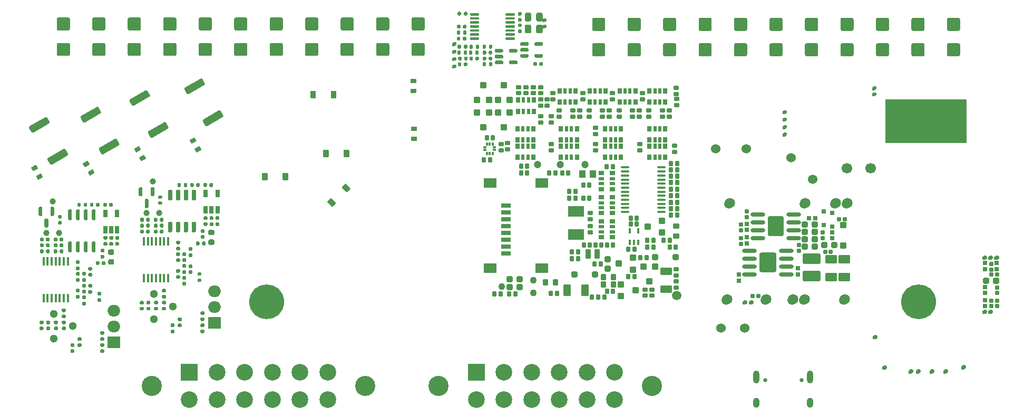
<source format=gbs>
G75*
G70*
%OFA0B0*%
%FSLAX25Y25*%
%IPPOS*%
%LPD*%
%AMOC8*
5,1,8,0,0,1.08239X$1,22.5*
%
%AMM123*
21,1,0.025200,0.019680,-0.000000,0.000000,90.000000*
21,1,0.015750,0.029130,-0.000000,0.000000,90.000000*
1,1,0.009450,0.009840,0.007870*
1,1,0.009450,0.009840,-0.007870*
1,1,0.009450,-0.009840,-0.007870*
1,1,0.009450,-0.009840,0.007870*
%
%AMM124*
21,1,0.025200,0.019680,-0.000000,0.000000,0.000000*
21,1,0.015750,0.029130,-0.000000,0.000000,0.000000*
1,1,0.009450,0.007870,-0.009840*
1,1,0.009450,-0.007870,-0.009840*
1,1,0.009450,-0.007870,0.009840*
1,1,0.009450,0.007870,0.009840*
%
%AMM131*
21,1,0.038980,0.026770,-0.000000,0.000000,0.000000*
21,1,0.026770,0.038980,-0.000000,0.000000,0.000000*
1,1,0.012210,0.013390,-0.013390*
1,1,0.012210,-0.013390,-0.013390*
1,1,0.012210,-0.013390,0.013390*
1,1,0.012210,0.013390,0.013390*
%
%AMM132*
21,1,0.029130,0.018900,-0.000000,0.000000,270.000000*
21,1,0.018900,0.029130,-0.000000,0.000000,270.000000*
1,1,0.010240,-0.009450,-0.009450*
1,1,0.010240,-0.009450,0.009450*
1,1,0.010240,0.009450,0.009450*
1,1,0.010240,0.009450,-0.009450*
%
%AMM190*
21,1,0.041340,0.026770,0.000000,-0.000000,270.000000*
21,1,0.029130,0.038980,0.000000,-0.000000,270.000000*
1,1,0.012210,-0.013390,-0.014570*
1,1,0.012210,-0.013390,0.014570*
1,1,0.012210,0.013390,0.014570*
1,1,0.012210,0.013390,-0.014570*
%
%AMM191*
21,1,0.076380,0.036220,0.000000,-0.000000,0.000000*
21,1,0.061810,0.050790,0.000000,-0.000000,0.000000*
1,1,0.014570,0.030910,-0.018110*
1,1,0.014570,-0.030910,-0.018110*
1,1,0.014570,-0.030910,0.018110*
1,1,0.014570,0.030910,0.018110*
%
%AMM194*
21,1,0.029130,0.018900,0.000000,-0.000000,0.000000*
21,1,0.018900,0.029130,0.000000,-0.000000,0.000000*
1,1,0.010240,0.009450,-0.009450*
1,1,0.010240,-0.009450,-0.009450*
1,1,0.010240,-0.009450,0.009450*
1,1,0.010240,0.009450,0.009450*
%
%AMM195*
21,1,0.025200,0.019680,0.000000,-0.000000,270.000000*
21,1,0.015750,0.029130,0.000000,-0.000000,270.000000*
1,1,0.009450,-0.009840,-0.007870*
1,1,0.009450,-0.009840,0.007870*
1,1,0.009450,0.009840,0.007870*
1,1,0.009450,0.009840,-0.007870*
%
%AMM196*
21,1,0.025200,0.019680,0.000000,-0.000000,180.000000*
21,1,0.015750,0.029130,0.000000,-0.000000,180.000000*
1,1,0.009450,-0.007870,0.009840*
1,1,0.009450,0.007870,0.009840*
1,1,0.009450,0.007870,-0.009840*
1,1,0.009450,-0.007870,-0.009840*
%
%AMM202*
21,1,0.111810,0.050390,0.000000,-0.000000,0.000000*
21,1,0.093700,0.068500,0.000000,-0.000000,0.000000*
1,1,0.018110,0.046850,-0.025200*
1,1,0.018110,-0.046850,-0.025200*
1,1,0.018110,-0.046850,0.025200*
1,1,0.018110,0.046850,0.025200*
%
%AMM203*
21,1,0.038980,0.026770,0.000000,-0.000000,180.000000*
21,1,0.026770,0.038980,0.000000,-0.000000,180.000000*
1,1,0.012210,-0.013390,0.013390*
1,1,0.012210,0.013390,0.013390*
1,1,0.012210,0.013390,-0.013390*
1,1,0.012210,-0.013390,-0.013390*
%
%AMM204*
21,1,0.029130,0.018900,0.000000,-0.000000,90.000000*
21,1,0.018900,0.029130,0.000000,-0.000000,90.000000*
1,1,0.010240,0.009450,0.009450*
1,1,0.010240,0.009450,-0.009450*
1,1,0.010240,-0.009450,-0.009450*
1,1,0.010240,-0.009450,0.009450*
%
%AMM205*
21,1,0.127560,0.075590,0.000000,-0.000000,90.000000*
21,1,0.103150,0.100000,0.000000,-0.000000,90.000000*
1,1,0.024410,0.037800,0.051580*
1,1,0.024410,0.037800,-0.051580*
1,1,0.024410,-0.037800,-0.051580*
1,1,0.024410,-0.037800,0.051580*
%
%AMM206*
21,1,0.123620,0.083460,0.000000,-0.000000,270.000000*
21,1,0.097240,0.109840,0.000000,-0.000000,270.000000*
1,1,0.026380,-0.041730,-0.048620*
1,1,0.026380,-0.041730,0.048620*
1,1,0.026380,0.041730,0.048620*
1,1,0.026380,0.041730,-0.048620*
%
%AMM278*
21,1,0.029530,0.026380,-0.000000,-0.000000,90.000000*
21,1,0.020470,0.035430,-0.000000,-0.000000,90.000000*
1,1,0.009060,0.013190,0.010240*
1,1,0.009060,0.013190,-0.010240*
1,1,0.009060,-0.013190,-0.010240*
1,1,0.009060,-0.013190,0.010240*
%
%AMM279*
21,1,0.021650,0.027950,-0.000000,-0.000000,90.000000*
21,1,0.014170,0.035430,-0.000000,-0.000000,90.000000*
1,1,0.007480,0.013980,0.007090*
1,1,0.007480,0.013980,-0.007090*
1,1,0.007480,-0.013980,-0.007090*
1,1,0.007480,-0.013980,0.007090*
%
%AMM282*
21,1,0.031500,0.018900,-0.000000,-0.000000,270.000000*
21,1,0.022840,0.027560,-0.000000,-0.000000,270.000000*
1,1,0.008660,-0.009450,-0.011420*
1,1,0.008660,-0.009450,0.011420*
1,1,0.008660,0.009450,0.011420*
1,1,0.008660,0.009450,-0.011420*
%
%AMM284*
21,1,0.031500,0.018900,-0.000000,-0.000000,0.000000*
21,1,0.022840,0.027560,-0.000000,-0.000000,0.000000*
1,1,0.008660,0.011420,-0.009450*
1,1,0.008660,-0.011420,-0.009450*
1,1,0.008660,-0.011420,0.009450*
1,1,0.008660,0.011420,0.009450*
%
%AMM286*
21,1,0.039370,0.030320,-0.000000,-0.000000,90.000000*
21,1,0.028350,0.041340,-0.000000,-0.000000,90.000000*
1,1,0.011020,0.015160,0.014170*
1,1,0.011020,0.015160,-0.014170*
1,1,0.011020,-0.015160,-0.014170*
1,1,0.011020,-0.015160,0.014170*
%
%AMM289*
21,1,0.031500,0.030710,-0.000000,-0.000000,180.000000*
21,1,0.022050,0.040160,-0.000000,-0.000000,180.000000*
1,1,0.009450,-0.011020,0.015350*
1,1,0.009450,0.011020,0.015350*
1,1,0.009450,0.011020,-0.015350*
1,1,0.009450,-0.011020,-0.015350*
%
%AMM304*
21,1,0.037400,0.026770,-0.000000,-0.000000,270.000000*
21,1,0.026770,0.037400,-0.000000,-0.000000,270.000000*
1,1,0.010630,-0.013390,-0.013390*
1,1,0.010630,-0.013390,0.013390*
1,1,0.010630,0.013390,0.013390*
1,1,0.010630,0.013390,-0.013390*
%
%AMM305*
21,1,0.029530,0.026380,-0.000000,-0.000000,180.000000*
21,1,0.020470,0.035430,-0.000000,-0.000000,180.000000*
1,1,0.009060,-0.010240,0.013190*
1,1,0.009060,0.010240,0.013190*
1,1,0.009060,0.010240,-0.013190*
1,1,0.009060,-0.010240,-0.013190*
%
%AMM306*
21,1,0.021650,0.027950,-0.000000,-0.000000,180.000000*
21,1,0.014170,0.035430,-0.000000,-0.000000,180.000000*
1,1,0.007480,-0.007090,0.013980*
1,1,0.007480,0.007090,0.013980*
1,1,0.007480,0.007090,-0.013980*
1,1,0.007480,-0.007090,-0.013980*
%
%AMM307*
21,1,0.037400,0.026770,-0.000000,-0.000000,180.000000*
21,1,0.026770,0.037400,-0.000000,-0.000000,180.000000*
1,1,0.010630,-0.013390,0.013390*
1,1,0.010630,0.013390,0.013390*
1,1,0.010630,0.013390,-0.013390*
1,1,0.010630,-0.013390,-0.013390*
%
%AMM308*
21,1,0.082680,0.045670,-0.000000,-0.000000,0.000000*
21,1,0.067320,0.061020,-0.000000,-0.000000,0.000000*
1,1,0.015350,0.033660,-0.022840*
1,1,0.015350,-0.033660,-0.022840*
1,1,0.015350,-0.033660,0.022840*
1,1,0.015350,0.033660,0.022840*
%
%AMM309*
21,1,0.062990,0.020470,-0.000000,-0.000000,0.000000*
21,1,0.053940,0.029530,-0.000000,-0.000000,0.000000*
1,1,0.009060,0.026970,-0.010240*
1,1,0.009060,-0.026970,-0.010240*
1,1,0.009060,-0.026970,0.010240*
1,1,0.009060,0.026970,0.010240*
%
%AMM310*
21,1,0.039370,0.030320,-0.000000,-0.000000,0.000000*
21,1,0.028350,0.041340,-0.000000,-0.000000,0.000000*
1,1,0.011020,0.014170,-0.015160*
1,1,0.011020,-0.014170,-0.015160*
1,1,0.011020,-0.014170,0.015160*
1,1,0.011020,0.014170,0.015160*
%
%AMM311*
21,1,0.016540,0.028980,-0.000000,-0.000000,0.000000*
21,1,0.010080,0.035430,-0.000000,-0.000000,0.000000*
1,1,0.006460,0.005040,-0.014490*
1,1,0.006460,-0.005040,-0.014490*
1,1,0.006460,-0.005040,0.014490*
1,1,0.006460,0.005040,0.014490*
%
%AMM312*
21,1,0.074800,0.036220,-0.000000,-0.000000,180.000000*
21,1,0.061810,0.049210,-0.000000,-0.000000,180.000000*
1,1,0.012990,-0.030910,0.018110*
1,1,0.012990,0.030910,0.018110*
1,1,0.012990,0.030910,-0.018110*
1,1,0.012990,-0.030910,-0.018110*
%
%AMM313*
21,1,0.039760,0.026770,-0.000000,-0.000000,180.000000*
21,1,0.029130,0.037400,-0.000000,-0.000000,180.000000*
1,1,0.010630,-0.014570,0.013390*
1,1,0.010630,0.014570,0.013390*
1,1,0.010630,0.014570,-0.013390*
1,1,0.010630,-0.014570,-0.013390*
%
%AMM314*
21,1,0.031500,0.049610,-0.000000,-0.000000,180.000000*
21,1,0.022050,0.059060,-0.000000,-0.000000,180.000000*
1,1,0.009450,-0.011020,0.024800*
1,1,0.009450,0.011020,0.024800*
1,1,0.009450,0.011020,-0.024800*
1,1,0.009450,-0.011020,-0.024800*
%
%AMM315*
21,1,0.074800,0.036220,-0.000000,-0.000000,270.000000*
21,1,0.061810,0.049210,-0.000000,-0.000000,270.000000*
1,1,0.012990,-0.018110,-0.030910*
1,1,0.012990,-0.018110,0.030910*
1,1,0.012990,0.018110,0.030910*
1,1,0.012990,0.018110,-0.030910*
%
%AMM316*
21,1,0.031500,0.030710,-0.000000,-0.000000,270.000000*
21,1,0.022050,0.040160,-0.000000,-0.000000,270.000000*
1,1,0.009450,-0.015350,-0.011020*
1,1,0.009450,-0.015350,0.011020*
1,1,0.009450,0.015350,0.011020*
1,1,0.009450,0.015350,-0.011020*
%
%ADD10C,0.06000*%
%ADD13R,0.10559X0.10559*%
%ADD132C,0.02913*%
%ADD133C,0.06457*%
%ADD14C,0.10559*%
%ADD15C,0.12756*%
%ADD154C,0.05118*%
%ADD16C,0.22047*%
%ADD167C,0.03900*%
%ADD17C,0.02362*%
%ADD223C,0.04724*%
%ADD224C,0.04294*%
%ADD249R,0.01772X0.01870*%
%ADD251O,0.05354X0.01378*%
%ADD254R,0.09843X0.07087*%
%ADD255R,0.01870X0.01772*%
%ADD257R,0.04331X0.04724*%
%ADD297M123*%
%ADD298M124*%
%ADD306M131*%
%ADD307M132*%
%ADD308O,0.09213X0.02520*%
%ADD366M190*%
%ADD367M191*%
%ADD370M194*%
%ADD371M195*%
%ADD372M196*%
%ADD378M202*%
%ADD379M203*%
%ADD380M204*%
%ADD381M205*%
%ADD382M206*%
%ADD391R,0.07874X0.07500*%
%ADD392O,0.07874X0.07500*%
%ADD394R,0.01772X0.05709*%
%ADD395R,0.02559X0.04803*%
%ADD40C,0.05906*%
%ADD487M278*%
%ADD488M279*%
%ADD491M282*%
%ADD493M284*%
%ADD495M286*%
%ADD498M289*%
%ADD50C,0.06693*%
%ADD513M304*%
%ADD514M305*%
%ADD515M306*%
%ADD516M307*%
%ADD517M308*%
%ADD518M309*%
%ADD519M310*%
%ADD52O,0.03937X0.08268*%
%ADD520M311*%
%ADD521M312*%
%ADD522M313*%
%ADD523M314*%
%ADD524M315*%
%ADD525M316*%
%ADD53O,0.03937X0.06299*%
%ADD71C,0.00472*%
%ADD72C,0.02559*%
X0000000Y0000000D02*
%LPD*%
G01*
D71*
X0604478Y0177362D02*
X0553297Y0177362D01*
X0553297Y0204921D01*
X0604478Y0204921D01*
X0604478Y0177362D01*
G36*
X0604478Y0177362D02*
G01*
X0553297Y0177362D01*
X0553297Y0204921D01*
X0604478Y0204921D01*
X0604478Y0177362D01*
G37*
D10*
X0464291Y0059646D03*
X0449291Y0059646D03*
D13*
X0294626Y0031890D03*
D14*
X0312146Y0031890D03*
X0329626Y0031890D03*
X0347146Y0031890D03*
X0364626Y0031890D03*
X0382146Y0031890D03*
X0382146Y0014370D03*
X0364626Y0014370D03*
X0347146Y0014370D03*
X0329626Y0014370D03*
X0312146Y0014370D03*
X0294626Y0014370D03*
D15*
X0270866Y0023110D03*
X0405866Y0023110D03*
D16*
X0162106Y0076477D03*
D17*
X0615748Y0104036D03*
X0619488Y0104036D03*
X0623228Y0104036D03*
X0619291Y0069784D03*
X0615748Y0069784D03*
X0280512Y0234744D03*
X0280512Y0239469D03*
X0280512Y0230020D03*
X0280512Y0225295D03*
X0337303Y0250728D03*
X0337303Y0254665D03*
D17*
X0546260Y0053740D03*
X0552461Y0034429D03*
X0602476Y0034465D03*
X0569094Y0031791D03*
X0573720Y0031791D03*
X0582283Y0031791D03*
X0591043Y0031791D03*
D40*
X0526968Y0077461D03*
X0501772Y0077461D03*
X0494291Y0077461D03*
X0477362Y0077461D03*
D17*
X0467913Y0075689D03*
X0463976Y0075689D03*
D40*
X0452756Y0077461D03*
X0528740Y0138484D03*
X0521457Y0138484D03*
X0501968Y0138484D03*
X0454528Y0138484D03*
G36*
G01*
X0253740Y0233268D02*
X0253740Y0239567D01*
G75*
G02*
X0254724Y0240551I0000984J0000000D01*
G01*
X0261024Y0240551D01*
G75*
G02*
X0262008Y0239567I0000000J-000984D01*
G01*
X0262008Y0233268D01*
G75*
G02*
X0261024Y0232284I-000984J0000000D01*
G01*
X0254724Y0232284D01*
G75*
G02*
X0253740Y0233268I0000000J0000984D01*
G01*
G37*
G36*
G01*
X0231299Y0233268D02*
X0231299Y0239567D01*
G75*
G02*
X0232283Y0240551I0000984J0000000D01*
G01*
X0238583Y0240551D01*
G75*
G02*
X0239567Y0239567I0000000J-000984D01*
G01*
X0239567Y0233268D01*
G75*
G02*
X0238583Y0232284I-000984J0000000D01*
G01*
X0232283Y0232284D01*
G75*
G02*
X0231299Y0233268I0000000J0000984D01*
G01*
G37*
G36*
G01*
X0208858Y0233268D02*
X0208858Y0239567D01*
G75*
G02*
X0209843Y0240551I0000984J0000000D01*
G01*
X0216142Y0240551D01*
G75*
G02*
X0217126Y0239567I0000000J-000984D01*
G01*
X0217126Y0233268D01*
G75*
G02*
X0216142Y0232284I-000984J0000000D01*
G01*
X0209843Y0232284D01*
G75*
G02*
X0208858Y0233268I0000000J0000984D01*
G01*
G37*
G36*
G01*
X0186417Y0233268D02*
X0186417Y0239567D01*
G75*
G02*
X0187402Y0240551I0000984J0000000D01*
G01*
X0193701Y0240551D01*
G75*
G02*
X0194685Y0239567I0000000J-000984D01*
G01*
X0194685Y0233268D01*
G75*
G02*
X0193701Y0232284I-000984J0000000D01*
G01*
X0187402Y0232284D01*
G75*
G02*
X0186417Y0233268I0000000J0000984D01*
G01*
G37*
G36*
G01*
X0163976Y0233268D02*
X0163976Y0239567D01*
G75*
G02*
X0164961Y0240551I0000984J0000000D01*
G01*
X0171260Y0240551D01*
G75*
G02*
X0172244Y0239567I0000000J-000984D01*
G01*
X0172244Y0233268D01*
G75*
G02*
X0171260Y0232284I-000984J0000000D01*
G01*
X0164961Y0232284D01*
G75*
G02*
X0163976Y0233268I0000000J0000984D01*
G01*
G37*
G36*
G01*
X0141535Y0233268D02*
X0141535Y0239567D01*
G75*
G02*
X0142520Y0240551I0000984J0000000D01*
G01*
X0148819Y0240551D01*
G75*
G02*
X0149803Y0239567I0000000J-000984D01*
G01*
X0149803Y0233268D01*
G75*
G02*
X0148819Y0232284I-000984J0000000D01*
G01*
X0142520Y0232284D01*
G75*
G02*
X0141535Y0233268I0000000J0000984D01*
G01*
G37*
G36*
G01*
X0119094Y0233268D02*
X0119094Y0239567D01*
G75*
G02*
X0120079Y0240551I0000984J0000000D01*
G01*
X0126378Y0240551D01*
G75*
G02*
X0127362Y0239567I0000000J-000984D01*
G01*
X0127362Y0233268D01*
G75*
G02*
X0126378Y0232284I-000984J0000000D01*
G01*
X0120079Y0232284D01*
G75*
G02*
X0119094Y0233268I0000000J0000984D01*
G01*
G37*
G36*
G01*
X0096654Y0233268D02*
X0096654Y0239567D01*
G75*
G02*
X0097638Y0240551I0000984J0000000D01*
G01*
X0103937Y0240551D01*
G75*
G02*
X0104921Y0239567I0000000J-000984D01*
G01*
X0104921Y0233268D01*
G75*
G02*
X0103937Y0232284I-000984J0000000D01*
G01*
X0097638Y0232284D01*
G75*
G02*
X0096654Y0233268I0000000J0000984D01*
G01*
G37*
G36*
G01*
X0074213Y0233268D02*
X0074213Y0239567D01*
G75*
G02*
X0075197Y0240551I0000984J0000000D01*
G01*
X0081496Y0240551D01*
G75*
G02*
X0082480Y0239567I0000000J-000984D01*
G01*
X0082480Y0233268D01*
G75*
G02*
X0081496Y0232284I-000984J0000000D01*
G01*
X0075197Y0232284D01*
G75*
G02*
X0074213Y0233268I0000000J0000984D01*
G01*
G37*
G36*
G01*
X0051772Y0233268D02*
X0051772Y0239567D01*
G75*
G02*
X0052756Y0240551I0000984J0000000D01*
G01*
X0059055Y0240551D01*
G75*
G02*
X0060039Y0239567I0000000J-000984D01*
G01*
X0060039Y0233268D01*
G75*
G02*
X0059055Y0232284I-000984J0000000D01*
G01*
X0052756Y0232284D01*
G75*
G02*
X0051772Y0233268I0000000J0000984D01*
G01*
G37*
G36*
G01*
X0029331Y0233268D02*
X0029331Y0239567D01*
G75*
G02*
X0030315Y0240551I0000984J0000000D01*
G01*
X0036614Y0240551D01*
G75*
G02*
X0037598Y0239567I0000000J-000984D01*
G01*
X0037598Y0233268D01*
G75*
G02*
X0036614Y0232284I-000984J0000000D01*
G01*
X0030315Y0232284D01*
G75*
G02*
X0029331Y0233268I0000000J0000984D01*
G01*
G37*
G36*
G01*
X0253740Y0249410D02*
X0253740Y0255709D01*
G75*
G02*
X0254724Y0256693I0000984J0000000D01*
G01*
X0261024Y0256693D01*
G75*
G02*
X0262008Y0255709I0000000J-000984D01*
G01*
X0262008Y0249410D01*
G75*
G02*
X0261024Y0248425I-000984J0000000D01*
G01*
X0254724Y0248425D01*
G75*
G02*
X0253740Y0249410I0000000J0000984D01*
G01*
G37*
G36*
G01*
X0231299Y0249410D02*
X0231299Y0255709D01*
G75*
G02*
X0232283Y0256693I0000984J0000000D01*
G01*
X0238583Y0256693D01*
G75*
G02*
X0239567Y0255709I0000000J-000984D01*
G01*
X0239567Y0249410D01*
G75*
G02*
X0238583Y0248425I-000984J0000000D01*
G01*
X0232283Y0248425D01*
G75*
G02*
X0231299Y0249410I0000000J0000984D01*
G01*
G37*
G36*
G01*
X0208858Y0249410D02*
X0208858Y0255709D01*
G75*
G02*
X0209843Y0256693I0000984J0000000D01*
G01*
X0216142Y0256693D01*
G75*
G02*
X0217126Y0255709I0000000J-000984D01*
G01*
X0217126Y0249410D01*
G75*
G02*
X0216142Y0248425I-000984J0000000D01*
G01*
X0209843Y0248425D01*
G75*
G02*
X0208858Y0249410I0000000J0000984D01*
G01*
G37*
G36*
G01*
X0186417Y0249410D02*
X0186417Y0255709D01*
G75*
G02*
X0187402Y0256693I0000984J0000000D01*
G01*
X0193701Y0256693D01*
G75*
G02*
X0194685Y0255709I0000000J-000984D01*
G01*
X0194685Y0249410D01*
G75*
G02*
X0193701Y0248425I-000984J0000000D01*
G01*
X0187402Y0248425D01*
G75*
G02*
X0186417Y0249410I0000000J0000984D01*
G01*
G37*
G36*
G01*
X0163976Y0249410D02*
X0163976Y0255709D01*
G75*
G02*
X0164961Y0256693I0000984J0000000D01*
G01*
X0171260Y0256693D01*
G75*
G02*
X0172244Y0255709I0000000J-000984D01*
G01*
X0172244Y0249410D01*
G75*
G02*
X0171260Y0248425I-000984J0000000D01*
G01*
X0164961Y0248425D01*
G75*
G02*
X0163976Y0249410I0000000J0000984D01*
G01*
G37*
G36*
G01*
X0141535Y0249410D02*
X0141535Y0255709D01*
G75*
G02*
X0142520Y0256693I0000984J0000000D01*
G01*
X0148819Y0256693D01*
G75*
G02*
X0149803Y0255709I0000000J-000984D01*
G01*
X0149803Y0249410D01*
G75*
G02*
X0148819Y0248425I-000984J0000000D01*
G01*
X0142520Y0248425D01*
G75*
G02*
X0141535Y0249410I0000000J0000984D01*
G01*
G37*
G36*
G01*
X0119094Y0249410D02*
X0119094Y0255709D01*
G75*
G02*
X0120079Y0256693I0000984J0000000D01*
G01*
X0126378Y0256693D01*
G75*
G02*
X0127362Y0255709I0000000J-000984D01*
G01*
X0127362Y0249410D01*
G75*
G02*
X0126378Y0248425I-000984J0000000D01*
G01*
X0120079Y0248425D01*
G75*
G02*
X0119094Y0249410I0000000J0000984D01*
G01*
G37*
G36*
G01*
X0096654Y0249410D02*
X0096654Y0255709D01*
G75*
G02*
X0097638Y0256693I0000984J0000000D01*
G01*
X0103937Y0256693D01*
G75*
G02*
X0104921Y0255709I0000000J-000984D01*
G01*
X0104921Y0249410D01*
G75*
G02*
X0103937Y0248425I-000984J0000000D01*
G01*
X0097638Y0248425D01*
G75*
G02*
X0096654Y0249410I0000000J0000984D01*
G01*
G37*
G36*
G01*
X0074213Y0249410D02*
X0074213Y0255709D01*
G75*
G02*
X0075197Y0256693I0000984J0000000D01*
G01*
X0081496Y0256693D01*
G75*
G02*
X0082480Y0255709I0000000J-000984D01*
G01*
X0082480Y0249410D01*
G75*
G02*
X0081496Y0248425I-000984J0000000D01*
G01*
X0075197Y0248425D01*
G75*
G02*
X0074213Y0249410I0000000J0000984D01*
G01*
G37*
G36*
G01*
X0051772Y0249410D02*
X0051772Y0255709D01*
G75*
G02*
X0052756Y0256693I0000984J0000000D01*
G01*
X0059055Y0256693D01*
G75*
G02*
X0060039Y0255709I0000000J-000984D01*
G01*
X0060039Y0249410D01*
G75*
G02*
X0059055Y0248425I-000984J0000000D01*
G01*
X0052756Y0248425D01*
G75*
G02*
X0051772Y0249410I0000000J0000984D01*
G01*
G37*
G36*
G01*
X0029331Y0249410D02*
X0029331Y0255709D01*
G75*
G02*
X0030315Y0256693I0000984J0000000D01*
G01*
X0036614Y0256693D01*
G75*
G02*
X0037598Y0255709I0000000J-000984D01*
G01*
X0037598Y0249410D01*
G75*
G02*
X0036614Y0248425I-000984J0000000D01*
G01*
X0030315Y0248425D01*
G75*
G02*
X0029331Y0249410I0000000J0000984D01*
G01*
G37*
G36*
G01*
X0592323Y0233071D02*
X0592323Y0239370D01*
G75*
G02*
X0593307Y0240354I0000984J0000000D01*
G01*
X0599606Y0240354D01*
G75*
G02*
X0600591Y0239370I0000000J-000984D01*
G01*
X0600591Y0233071D01*
G75*
G02*
X0599606Y0232087I-000984J0000000D01*
G01*
X0593307Y0232087D01*
G75*
G02*
X0592323Y0233071I0000000J0000984D01*
G01*
G37*
G36*
G01*
X0569882Y0233071D02*
X0569882Y0239370D01*
G75*
G02*
X0570866Y0240354I0000984J0000000D01*
G01*
X0577165Y0240354D01*
G75*
G02*
X0578150Y0239370I0000000J-000984D01*
G01*
X0578150Y0233071D01*
G75*
G02*
X0577165Y0232087I-000984J0000000D01*
G01*
X0570866Y0232087D01*
G75*
G02*
X0569882Y0233071I0000000J0000984D01*
G01*
G37*
G36*
G01*
X0547441Y0233071D02*
X0547441Y0239370D01*
G75*
G02*
X0548425Y0240354I0000984J0000000D01*
G01*
X0554724Y0240354D01*
G75*
G02*
X0555709Y0239370I0000000J-000984D01*
G01*
X0555709Y0233071D01*
G75*
G02*
X0554724Y0232087I-000984J0000000D01*
G01*
X0548425Y0232087D01*
G75*
G02*
X0547441Y0233071I0000000J0000984D01*
G01*
G37*
G36*
G01*
X0525000Y0233071D02*
X0525000Y0239370D01*
G75*
G02*
X0525984Y0240354I0000984J0000000D01*
G01*
X0532283Y0240354D01*
G75*
G02*
X0533268Y0239370I0000000J-000984D01*
G01*
X0533268Y0233071D01*
G75*
G02*
X0532283Y0232087I-000984J0000000D01*
G01*
X0525984Y0232087D01*
G75*
G02*
X0525000Y0233071I0000000J0000984D01*
G01*
G37*
G36*
G01*
X0502559Y0233071D02*
X0502559Y0239370D01*
G75*
G02*
X0503543Y0240354I0000984J0000000D01*
G01*
X0509842Y0240354D01*
G75*
G02*
X0510827Y0239370I0000000J-000984D01*
G01*
X0510827Y0233071D01*
G75*
G02*
X0509842Y0232087I-000984J0000000D01*
G01*
X0503543Y0232087D01*
G75*
G02*
X0502559Y0233071I0000000J0000984D01*
G01*
G37*
G36*
G01*
X0480118Y0233071D02*
X0480118Y0239370D01*
G75*
G02*
X0481102Y0240354I0000984J0000000D01*
G01*
X0487402Y0240354D01*
G75*
G02*
X0488386Y0239370I0000000J-000984D01*
G01*
X0488386Y0233071D01*
G75*
G02*
X0487402Y0232087I-000984J0000000D01*
G01*
X0481102Y0232087D01*
G75*
G02*
X0480118Y0233071I0000000J0000984D01*
G01*
G37*
G36*
G01*
X0457677Y0233071D02*
X0457677Y0239370D01*
G75*
G02*
X0458661Y0240354I0000984J0000000D01*
G01*
X0464961Y0240354D01*
G75*
G02*
X0465945Y0239370I0000000J-000984D01*
G01*
X0465945Y0233071D01*
G75*
G02*
X0464961Y0232087I-000984J0000000D01*
G01*
X0458661Y0232087D01*
G75*
G02*
X0457677Y0233071I0000000J0000984D01*
G01*
G37*
G36*
G01*
X0435236Y0233071D02*
X0435236Y0239370D01*
G75*
G02*
X0436220Y0240354I0000984J0000000D01*
G01*
X0442520Y0240354D01*
G75*
G02*
X0443504Y0239370I0000000J-000984D01*
G01*
X0443504Y0233071D01*
G75*
G02*
X0442520Y0232087I-000984J0000000D01*
G01*
X0436220Y0232087D01*
G75*
G02*
X0435236Y0233071I0000000J0000984D01*
G01*
G37*
G36*
G01*
X0412795Y0233071D02*
X0412795Y0239370D01*
G75*
G02*
X0413780Y0240354I0000984J0000000D01*
G01*
X0420079Y0240354D01*
G75*
G02*
X0421063Y0239370I0000000J-000984D01*
G01*
X0421063Y0233071D01*
G75*
G02*
X0420079Y0232087I-000984J0000000D01*
G01*
X0413780Y0232087D01*
G75*
G02*
X0412795Y0233071I0000000J0000984D01*
G01*
G37*
G36*
G01*
X0390354Y0233071D02*
X0390354Y0239370D01*
G75*
G02*
X0391339Y0240354I0000984J0000000D01*
G01*
X0397638Y0240354D01*
G75*
G02*
X0398622Y0239370I0000000J-000984D01*
G01*
X0398622Y0233071D01*
G75*
G02*
X0397638Y0232087I-000984J0000000D01*
G01*
X0391339Y0232087D01*
G75*
G02*
X0390354Y0233071I0000000J0000984D01*
G01*
G37*
G36*
G01*
X0367913Y0233071D02*
X0367913Y0239370D01*
G75*
G02*
X0368898Y0240354I0000984J0000000D01*
G01*
X0375197Y0240354D01*
G75*
G02*
X0376181Y0239370I0000000J-000984D01*
G01*
X0376181Y0233071D01*
G75*
G02*
X0375197Y0232087I-000984J0000000D01*
G01*
X0368898Y0232087D01*
G75*
G02*
X0367913Y0233071I0000000J0000984D01*
G01*
G37*
G36*
G01*
X0592323Y0249213D02*
X0592323Y0255512D01*
G75*
G02*
X0593307Y0256496I0000984J0000000D01*
G01*
X0599606Y0256496D01*
G75*
G02*
X0600591Y0255512I0000000J-000984D01*
G01*
X0600591Y0249213D01*
G75*
G02*
X0599606Y0248228I-000984J0000000D01*
G01*
X0593307Y0248228D01*
G75*
G02*
X0592323Y0249213I0000000J0000984D01*
G01*
G37*
G36*
G01*
X0569882Y0249213D02*
X0569882Y0255512D01*
G75*
G02*
X0570866Y0256496I0000984J0000000D01*
G01*
X0577165Y0256496D01*
G75*
G02*
X0578150Y0255512I0000000J-000984D01*
G01*
X0578150Y0249213D01*
G75*
G02*
X0577165Y0248228I-000984J0000000D01*
G01*
X0570866Y0248228D01*
G75*
G02*
X0569882Y0249213I0000000J0000984D01*
G01*
G37*
G36*
G01*
X0547441Y0249213D02*
X0547441Y0255512D01*
G75*
G02*
X0548425Y0256496I0000984J0000000D01*
G01*
X0554724Y0256496D01*
G75*
G02*
X0555709Y0255512I0000000J-000984D01*
G01*
X0555709Y0249213D01*
G75*
G02*
X0554724Y0248228I-000984J0000000D01*
G01*
X0548425Y0248228D01*
G75*
G02*
X0547441Y0249213I0000000J0000984D01*
G01*
G37*
G36*
G01*
X0525000Y0249213D02*
X0525000Y0255512D01*
G75*
G02*
X0525984Y0256496I0000984J0000000D01*
G01*
X0532283Y0256496D01*
G75*
G02*
X0533268Y0255512I0000000J-000984D01*
G01*
X0533268Y0249213D01*
G75*
G02*
X0532283Y0248228I-000984J0000000D01*
G01*
X0525984Y0248228D01*
G75*
G02*
X0525000Y0249213I0000000J0000984D01*
G01*
G37*
G36*
G01*
X0502559Y0249213D02*
X0502559Y0255512D01*
G75*
G02*
X0503543Y0256496I0000984J0000000D01*
G01*
X0509842Y0256496D01*
G75*
G02*
X0510827Y0255512I0000000J-000984D01*
G01*
X0510827Y0249213D01*
G75*
G02*
X0509842Y0248228I-000984J0000000D01*
G01*
X0503543Y0248228D01*
G75*
G02*
X0502559Y0249213I0000000J0000984D01*
G01*
G37*
G36*
G01*
X0480118Y0249213D02*
X0480118Y0255512D01*
G75*
G02*
X0481102Y0256496I0000984J0000000D01*
G01*
X0487402Y0256496D01*
G75*
G02*
X0488386Y0255512I0000000J-000984D01*
G01*
X0488386Y0249213D01*
G75*
G02*
X0487402Y0248228I-000984J0000000D01*
G01*
X0481102Y0248228D01*
G75*
G02*
X0480118Y0249213I0000000J0000984D01*
G01*
G37*
G36*
G01*
X0457677Y0249213D02*
X0457677Y0255512D01*
G75*
G02*
X0458661Y0256496I0000984J0000000D01*
G01*
X0464961Y0256496D01*
G75*
G02*
X0465945Y0255512I0000000J-000984D01*
G01*
X0465945Y0249213D01*
G75*
G02*
X0464961Y0248228I-000984J0000000D01*
G01*
X0458661Y0248228D01*
G75*
G02*
X0457677Y0249213I0000000J0000984D01*
G01*
G37*
G36*
G01*
X0435236Y0249213D02*
X0435236Y0255512D01*
G75*
G02*
X0436220Y0256496I0000984J0000000D01*
G01*
X0442520Y0256496D01*
G75*
G02*
X0443504Y0255512I0000000J-000984D01*
G01*
X0443504Y0249213D01*
G75*
G02*
X0442520Y0248228I-000984J0000000D01*
G01*
X0436220Y0248228D01*
G75*
G02*
X0435236Y0249213I0000000J0000984D01*
G01*
G37*
G36*
G01*
X0412795Y0249213D02*
X0412795Y0255512D01*
G75*
G02*
X0413780Y0256496I0000984J0000000D01*
G01*
X0420079Y0256496D01*
G75*
G02*
X0421063Y0255512I0000000J-000984D01*
G01*
X0421063Y0249213D01*
G75*
G02*
X0420079Y0248228I-000984J0000000D01*
G01*
X0413780Y0248228D01*
G75*
G02*
X0412795Y0249213I0000000J0000984D01*
G01*
G37*
G36*
G01*
X0390354Y0249213D02*
X0390354Y0255512D01*
G75*
G02*
X0391339Y0256496I0000984J0000000D01*
G01*
X0397638Y0256496D01*
G75*
G02*
X0398622Y0255512I0000000J-000984D01*
G01*
X0398622Y0249213D01*
G75*
G02*
X0397638Y0248228I-000984J0000000D01*
G01*
X0391339Y0248228D01*
G75*
G02*
X0390354Y0249213I0000000J0000984D01*
G01*
G37*
G36*
G01*
X0367913Y0249213D02*
X0367913Y0255512D01*
G75*
G02*
X0368898Y0256496I0000984J0000000D01*
G01*
X0375197Y0256496D01*
G75*
G02*
X0376181Y0255512I0000000J-000984D01*
G01*
X0376181Y0249213D01*
G75*
G02*
X0375197Y0248228I-000984J0000000D01*
G01*
X0368898Y0248228D01*
G75*
G02*
X0367913Y0249213I0000000J0000984D01*
G01*
G37*
D17*
X0489370Y0191634D03*
X0489370Y0196358D03*
X0489370Y0186910D03*
X0489370Y0182185D03*
X0546161Y0207618D03*
X0546161Y0211555D03*
D50*
X0529035Y0161221D03*
D72*
X0477500Y0026890D03*
X0500256Y0026890D03*
D52*
X0471870Y0028858D03*
D53*
X0471870Y0012402D03*
D52*
X0505886Y0028858D03*
D53*
X0505886Y0012402D03*
D16*
X0574311Y0076477D03*
D50*
X0543917Y0161221D03*
D10*
X0446161Y0173425D03*
X0465453Y0173425D03*
D13*
X0113130Y0031890D03*
D14*
X0130650Y0031890D03*
X0148130Y0031890D03*
X0165650Y0031890D03*
X0183130Y0031890D03*
X0200650Y0031890D03*
X0200650Y0014370D03*
X0183130Y0014370D03*
X0165650Y0014370D03*
X0148130Y0014370D03*
X0130650Y0014370D03*
X0113130Y0014370D03*
D15*
X0089370Y0023110D03*
X0224370Y0023110D03*
D10*
X0493672Y0167647D03*
X0507313Y0154006D03*
G36*
G01*
X0099494Y0186093D02*
X0089777Y0180483D01*
G75*
G02*
X0088433Y0180843I-000492J0000852D01*
G01*
X0087006Y0183315D01*
G75*
G02*
X0087366Y0184660I0000852J0000492D01*
G01*
X0097083Y0190270D01*
G75*
G02*
X0098428Y0189910I0000492J-000852D01*
G01*
X0099855Y0187438D01*
G75*
G02*
X0099494Y0186093I-000852J-000492D01*
G01*
G37*
G36*
G01*
X0087831Y0206295D02*
X0078114Y0200685D01*
G75*
G02*
X0076769Y0201045I-000492J0000852D01*
G01*
X0075342Y0203517D01*
G75*
G02*
X0075702Y0204861I0000852J0000492D01*
G01*
X0085420Y0210471D01*
G75*
G02*
X0086764Y0210111I0000492J-000852D01*
G01*
X0088191Y0207639D01*
G75*
G02*
X0087831Y0206295I-000852J-000492D01*
G01*
G37*
G36*
G01*
X0134172Y0193522D02*
X0124455Y0187912D01*
G75*
G02*
X0123111Y0188272I-000492J0000852D01*
G01*
X0121683Y0190744D01*
G75*
G02*
X0122044Y0192088I0000852J0000492D01*
G01*
X0131761Y0197699D01*
G75*
G02*
X0133105Y0197338I0000492J-000852D01*
G01*
X0134533Y0194866D01*
G75*
G02*
X0134172Y0193522I-000852J-000492D01*
G01*
G37*
G36*
G01*
X0122509Y0213724D02*
X0112792Y0208113D01*
G75*
G02*
X0111447Y0208474I-000492J0000852D01*
G01*
X0110020Y0210946D01*
G75*
G02*
X0110380Y0212290I0000852J0000492D01*
G01*
X0120098Y0217900D01*
G75*
G02*
X0121442Y0217540I0000492J-000852D01*
G01*
X0122869Y0215068D01*
G75*
G02*
X0122509Y0213724I-000852J-000492D01*
G01*
G37*
G36*
G01*
X0053101Y0157969D02*
X0050442Y0156433D01*
G75*
G02*
X0050065Y0156534I-000138J0000239D01*
G01*
X0048963Y0158444D01*
G75*
G02*
X0049064Y0158820I0000239J0000138D01*
G01*
X0051723Y0160356D01*
G75*
G02*
X0052100Y0160255I0000138J-000239D01*
G01*
X0053202Y0158345D01*
G75*
G02*
X0053101Y0157969I-000239J-000138D01*
G01*
G37*
G36*
G01*
X0049952Y0163424D02*
X0047292Y0161889D01*
G75*
G02*
X0046916Y0161990I-000138J0000239D01*
G01*
X0045813Y0163899D01*
G75*
G02*
X0045914Y0164275I0000239J0000138D01*
G01*
X0048574Y0165811D01*
G75*
G02*
X0048950Y0165710I0000138J-000239D01*
G01*
X0050053Y0163801D01*
G75*
G02*
X0049952Y0163424I-000239J-000138D01*
G01*
G37*
G36*
G01*
X0206181Y0209882D02*
X0206181Y0205866D01*
G75*
G02*
X0205827Y0205512I-000354J0000000D01*
G01*
X0202992Y0205512D01*
G75*
G02*
X0202638Y0205866I0000000J0000354D01*
G01*
X0202638Y0209882D01*
G75*
G02*
X0202992Y0210236I0000354J0000000D01*
G01*
X0205827Y0210236D01*
G75*
G02*
X0206181Y0209882I0000000J-000354D01*
G01*
G37*
G36*
G01*
X0193189Y0209882D02*
X0193189Y0205866D01*
G75*
G02*
X0192835Y0205512I-000354J0000000D01*
G01*
X0190000Y0205512D01*
G75*
G02*
X0189646Y0205866I0000000J0000354D01*
G01*
X0189646Y0209882D01*
G75*
G02*
X0190000Y0210236I0000354J0000000D01*
G01*
X0192835Y0210236D01*
G75*
G02*
X0193189Y0209882I0000000J-000354D01*
G01*
G37*
G36*
G01*
X0212154Y0151313D02*
X0214994Y0148473D01*
G75*
G02*
X0214994Y0147972I-000251J-000251D01*
G01*
X0212989Y0145968D01*
G75*
G02*
X0212488Y0145968I-000251J0000251D01*
G01*
X0209649Y0148807D01*
G75*
G02*
X0209649Y0149308I0000251J0000251D01*
G01*
X0211653Y0151313D01*
G75*
G02*
X0212154Y0151313I0000251J-000251D01*
G01*
G37*
G36*
G01*
X0202967Y0142126D02*
X0205807Y0139286D01*
G75*
G02*
X0205807Y0138785I-000251J-000251D01*
G01*
X0203803Y0136781D01*
G75*
G02*
X0203301Y0136781I-000251J0000251D01*
G01*
X0200462Y0139620D01*
G75*
G02*
X0200462Y0140122I0000251J0000251D01*
G01*
X0202466Y0142126D01*
G75*
G02*
X0202967Y0142126I0000251J-000251D01*
G01*
G37*
G36*
G01*
X0256358Y0208760D02*
X0253287Y0208760D01*
G75*
G02*
X0253012Y0209036I0000000J0000276D01*
G01*
X0253012Y0211240D01*
G75*
G02*
X0253287Y0211516I0000276J0000000D01*
G01*
X0256358Y0211516D01*
G75*
G02*
X0256634Y0211240I0000000J-000276D01*
G01*
X0256634Y0209036D01*
G75*
G02*
X0256358Y0208760I-000276J0000000D01*
G01*
G37*
G36*
G01*
X0256358Y0215059D02*
X0253287Y0215059D01*
G75*
G02*
X0253012Y0215335I0000000J0000276D01*
G01*
X0253012Y0217539D01*
G75*
G02*
X0253287Y0217815I0000276J0000000D01*
G01*
X0256358Y0217815D01*
G75*
G02*
X0256634Y0217539I0000000J-000276D01*
G01*
X0256634Y0215335D01*
G75*
G02*
X0256358Y0215059I-000276J0000000D01*
G01*
G37*
G36*
G01*
X0120621Y0172733D02*
X0117962Y0171197D01*
G75*
G02*
X0117585Y0171298I-000138J0000239D01*
G01*
X0116483Y0173207D01*
G75*
G02*
X0116584Y0173584I0000239J0000138D01*
G01*
X0119243Y0175119D01*
G75*
G02*
X0119620Y0175018I0000138J-000239D01*
G01*
X0120722Y0173109D01*
G75*
G02*
X0120621Y0172733I-000239J-000138D01*
G01*
G37*
G36*
G01*
X0117471Y0178188D02*
X0114812Y0176653D01*
G75*
G02*
X0114436Y0176753I-000138J0000239D01*
G01*
X0113333Y0178663D01*
G75*
G02*
X0113434Y0179039I0000239J0000138D01*
G01*
X0116093Y0180575D01*
G75*
G02*
X0116470Y0180474I0000138J-000239D01*
G01*
X0117572Y0178564D01*
G75*
G02*
X0117471Y0178188I-000239J-000138D01*
G01*
G37*
G36*
G01*
X0068490Y0175557D02*
X0058773Y0169947D01*
G75*
G02*
X0057429Y0170307I-000492J0000852D01*
G01*
X0056002Y0172779D01*
G75*
G02*
X0056362Y0174124I0000852J0000492D01*
G01*
X0066079Y0179734D01*
G75*
G02*
X0067424Y0179373I0000492J-000852D01*
G01*
X0068851Y0176902D01*
G75*
G02*
X0068490Y0175557I-000852J-000492D01*
G01*
G37*
G36*
G01*
X0056827Y0195759D02*
X0047110Y0190148D01*
G75*
G02*
X0045765Y0190509I-000492J0000852D01*
G01*
X0044338Y0192981D01*
G75*
G02*
X0044698Y0194325I0000852J0000492D01*
G01*
X0054416Y0199935D01*
G75*
G02*
X0055760Y0199575I0000492J-000852D01*
G01*
X0057187Y0197103D01*
G75*
G02*
X0056827Y0195759I-000852J-000492D01*
G01*
G37*
G36*
G01*
X0256752Y0178445D02*
X0253681Y0178445D01*
G75*
G02*
X0253405Y0178721I0000000J0000276D01*
G01*
X0253405Y0180925D01*
G75*
G02*
X0253681Y0181201I0000276J0000000D01*
G01*
X0256752Y0181201D01*
G75*
G02*
X0257028Y0180925I0000000J-000276D01*
G01*
X0257028Y0178721D01*
G75*
G02*
X0256752Y0178445I-000276J0000000D01*
G01*
G37*
G36*
G01*
X0256752Y0184744D02*
X0253681Y0184744D01*
G75*
G02*
X0253405Y0185020I0000000J0000276D01*
G01*
X0253405Y0187225D01*
G75*
G02*
X0253681Y0187500I0000276J0000000D01*
G01*
X0256752Y0187500D01*
G75*
G02*
X0257028Y0187225I0000000J-000276D01*
G01*
X0257028Y0185020D01*
G75*
G02*
X0256752Y0184744I-000276J0000000D01*
G01*
G37*
G36*
G01*
X0214272Y0172480D02*
X0214272Y0168465D01*
G75*
G02*
X0213917Y0168110I-000354J0000000D01*
G01*
X0211083Y0168110D01*
G75*
G02*
X0210728Y0168465I0000000J0000354D01*
G01*
X0210728Y0172480D01*
G75*
G02*
X0211083Y0172835I0000354J0000000D01*
G01*
X0213917Y0172835D01*
G75*
G02*
X0214272Y0172480I0000000J-000354D01*
G01*
G37*
G36*
G01*
X0201280Y0172480D02*
X0201280Y0168465D01*
G75*
G02*
X0200925Y0168110I-000354J0000000D01*
G01*
X0198091Y0168110D01*
G75*
G02*
X0197736Y0168465I0000000J0000354D01*
G01*
X0197736Y0172480D01*
G75*
G02*
X0198091Y0172835I0000354J0000000D01*
G01*
X0200925Y0172835D01*
G75*
G02*
X0201280Y0172480I0000000J-000354D01*
G01*
G37*
G36*
G01*
X0175669Y0157815D02*
X0175669Y0153799D01*
G75*
G02*
X0175315Y0153445I-000354J0000000D01*
G01*
X0172480Y0153445D01*
G75*
G02*
X0172126Y0153799I0000000J0000354D01*
G01*
X0172126Y0157815D01*
G75*
G02*
X0172480Y0158169I0000354J0000000D01*
G01*
X0175315Y0158169D01*
G75*
G02*
X0175669Y0157815I0000000J-000354D01*
G01*
G37*
G36*
G01*
X0162677Y0157815D02*
X0162677Y0153799D01*
G75*
G02*
X0162323Y0153445I-000354J0000000D01*
G01*
X0159488Y0153445D01*
G75*
G02*
X0159134Y0153799I0000000J0000354D01*
G01*
X0159134Y0157815D01*
G75*
G02*
X0159488Y0158169I0000354J0000000D01*
G01*
X0162323Y0158169D01*
G75*
G02*
X0162677Y0157815I0000000J-000354D01*
G01*
G37*
G36*
G01*
X0020424Y0155410D02*
X0017765Y0153874D01*
G75*
G02*
X0017388Y0153975I-000138J0000239D01*
G01*
X0016286Y0155885D01*
G75*
G02*
X0016387Y0156261I0000239J0000138D01*
G01*
X0019046Y0157797D01*
G75*
G02*
X0019423Y0157696I0000138J-000239D01*
G01*
X0020525Y0155786D01*
G75*
G02*
X0020424Y0155410I-000239J-000138D01*
G01*
G37*
G36*
G01*
X0017275Y0160865D02*
X0014615Y0159330D01*
G75*
G02*
X0014239Y0159431I-000138J0000239D01*
G01*
X0013136Y0161340D01*
G75*
G02*
X0013237Y0161716I0000239J0000138D01*
G01*
X0015897Y0163252D01*
G75*
G02*
X0016273Y0163151I0000138J-000239D01*
G01*
X0017375Y0161242D01*
G75*
G02*
X0017275Y0160865I-000239J-000138D01*
G01*
G37*
G36*
G01*
X0035978Y0169113D02*
X0026261Y0163502D01*
G75*
G02*
X0024916Y0163863I-000492J0000852D01*
G01*
X0023489Y0166334D01*
G75*
G02*
X0023849Y0167679I0000852J0000492D01*
G01*
X0033567Y0173289D01*
G75*
G02*
X0034911Y0172929I0000492J-000852D01*
G01*
X0036338Y0170457D01*
G75*
G02*
X0035978Y0169113I-000852J-000492D01*
G01*
G37*
G36*
G01*
X0024315Y0189314D02*
X0014597Y0183704D01*
G75*
G02*
X0013253Y0184064I-000492J0000852D01*
G01*
X0011826Y0186536D01*
G75*
G02*
X0012186Y0187881I0000852J0000492D01*
G01*
X0021903Y0193491D01*
G75*
G02*
X0023248Y0193131I0000492J-000852D01*
G01*
X0024675Y0190659D01*
G75*
G02*
X0024315Y0189314I-000852J-000492D01*
G01*
G37*
G36*
G01*
X0085582Y0167221D02*
X0082922Y0165685D01*
G75*
G02*
X0082546Y0165786I-000138J0000239D01*
G01*
X0081443Y0167696D01*
G75*
G02*
X0081544Y0168072I0000239J0000138D01*
G01*
X0084204Y0169608D01*
G75*
G02*
X0084580Y0169507I0000138J-000239D01*
G01*
X0085683Y0167597D01*
G75*
G02*
X0085582Y0167221I-000239J-000138D01*
G01*
G37*
G36*
G01*
X0082432Y0172676D02*
X0079773Y0171141D01*
G75*
G02*
X0079396Y0171242I-000138J0000239D01*
G01*
X0078294Y0173151D01*
G75*
G02*
X0078395Y0173527I0000239J0000138D01*
G01*
X0081054Y0175063D01*
G75*
G02*
X0081431Y0174962I0000138J-000239D01*
G01*
X0082533Y0173053D01*
G75*
G02*
X0082432Y0172676I-000239J-000138D01*
G01*
G37*
X0450492Y0141929D02*
G01*
G75*
D366*
X0526870Y0112014D02*
D03*
X0526870Y0125006D02*
D03*
D367*
X0527264Y0092154D02*
D03*
X0527264Y0103571D02*
D03*
X0519232Y0092154D02*
D03*
X0519232Y0103571D02*
D03*
D370*
X0505216Y0129527D02*
D03*
X0509153Y0129527D02*
D03*
X0519783Y0132874D02*
D03*
X0519783Y0124212D02*
D03*
X0514535Y0133661D02*
D03*
X0514535Y0125000D02*
D03*
D371*
X0461909Y0121774D02*
D03*
X0461909Y0125318D02*
D03*
X0498642Y0112383D02*
D03*
X0498642Y0108839D02*
D03*
X0513747Y0120380D02*
D03*
X0513747Y0116837D02*
D03*
X0461909Y0113156D02*
D03*
X0461909Y0116699D02*
D03*
X0465846Y0133661D02*
D03*
X0465846Y0130118D02*
D03*
D372*
X0515322Y0108176D02*
D03*
X0518866Y0108176D02*
D03*
X0527724Y0128943D02*
D03*
X0524180Y0128943D02*
D03*
X0469407Y0080179D02*
D03*
X0472951Y0080179D02*
D03*
D132*
X0468602Y0076181D02*
D03*
X0464665Y0076181D02*
D03*
D133*
X0522145Y0138976D02*
D03*
X0455216Y0138976D02*
D03*
X0502657Y0138976D02*
D03*
X0502460Y0077953D02*
D03*
X0527657Y0077953D02*
D03*
X0478051Y0077953D02*
D03*
X0494980Y0077953D02*
D03*
X0453445Y0077953D02*
D03*
X0529429Y0138976D02*
D03*
D378*
X0506791Y0092716D02*
D03*
X0506791Y0103740D02*
D03*
D379*
X0502468Y0125394D02*
D03*
X0508688Y0125394D02*
D03*
X0502468Y0111300D02*
D03*
X0508688Y0111300D02*
D03*
X0502468Y0115991D02*
D03*
X0508688Y0115991D02*
D03*
X0502468Y0120683D02*
D03*
X0508688Y0120683D02*
D03*
X0514712Y0112481D02*
D03*
X0520933Y0112481D02*
D03*
D380*
X0465846Y0121971D02*
D03*
X0465846Y0125908D02*
D03*
X0465846Y0117290D02*
D03*
X0465846Y0113353D02*
D03*
X0519783Y0120577D02*
D03*
X0519783Y0116640D02*
D03*
X0498169Y0097644D02*
D03*
X0498169Y0093707D02*
D03*
X0460728Y0089868D02*
D03*
X0460728Y0093806D02*
D03*
D308*
X0472606Y0116857D02*
D03*
X0472606Y0121857D02*
D03*
X0472606Y0126857D02*
D03*
X0472606Y0131857D02*
D03*
X0495243Y0116857D02*
D03*
X0495243Y0121857D02*
D03*
X0495243Y0126857D02*
D03*
X0495243Y0131857D02*
D03*
X0467323Y0093790D02*
D03*
X0467323Y0098790D02*
D03*
X0467323Y0103790D02*
D03*
X0467323Y0108790D02*
D03*
X0490748Y0093790D02*
D03*
X0490748Y0098790D02*
D03*
X0490748Y0103790D02*
D03*
X0490748Y0108790D02*
D03*
D381*
X0483924Y0124357D02*
D03*
D382*
X0479035Y0101290D02*
D03*
X0626673Y0069094D02*
G01*
G75*
D132*
X0616437Y0104527D02*
D03*
X0620177Y0104527D02*
D03*
X0623917Y0104527D02*
D03*
X0619980Y0070275D02*
D03*
X0616437Y0070275D02*
D03*
D307*
X0616437Y0097047D02*
D03*
X0616437Y0100984D02*
D03*
X0616437Y0085924D02*
D03*
X0616437Y0081987D02*
D03*
X0616437Y0077558D02*
D03*
X0616437Y0073621D02*
D03*
X0623720Y0097047D02*
D03*
X0623720Y0100984D02*
D03*
D298*
X0623917Y0093662D02*
D03*
X0620374Y0093662D02*
D03*
D306*
X0617204Y0089777D02*
D03*
X0623425Y0089777D02*
D03*
D297*
X0620374Y0077165D02*
D03*
X0620374Y0073622D02*
D03*
X0623917Y0085531D02*
D03*
X0623917Y0081988D02*
D03*
X0620316Y0100393D02*
D03*
X0620316Y0096850D02*
D03*
X0623917Y0073622D02*
D03*
X0623917Y0077165D02*
D03*
X0339469Y0262402D02*
%LPD*%
G01*
D17*
X0281201Y0235237D03*
X0281201Y0239961D03*
X0281201Y0230512D03*
X0281201Y0225788D03*
X0337993Y0251221D03*
X0337993Y0255158D03*
G36*
G01*
X0322540Y0231808D02*
X0322540Y0232989D01*
G75*
G02*
X0323130Y0233580I0000591J0000000D01*
G01*
X0327166Y0233580D01*
G75*
G02*
X0327756Y0232989I0000000J-000591D01*
G01*
X0327756Y0231808D01*
G75*
G02*
X0327166Y0231218I-000591J0000000D01*
G01*
X0323130Y0231218D01*
G75*
G02*
X0322540Y0231808I0000000J0000591D01*
G01*
G37*
G36*
G01*
X0322540Y0235549D02*
X0322540Y0236730D01*
G75*
G02*
X0323130Y0237320I0000591J0000000D01*
G01*
X0327166Y0237320D01*
G75*
G02*
X0327756Y0236730I0000000J-000591D01*
G01*
X0327756Y0235549D01*
G75*
G02*
X0327166Y0234958I-000591J0000000D01*
G01*
X0323130Y0234958D01*
G75*
G02*
X0322540Y0235549I0000000J0000591D01*
G01*
G37*
G36*
G01*
X0322540Y0239289D02*
X0322540Y0240470D01*
G75*
G02*
X0323130Y0241060I0000591J0000000D01*
G01*
X0327166Y0241060D01*
G75*
G02*
X0327756Y0240470I0000000J-000591D01*
G01*
X0327756Y0239289D01*
G75*
G02*
X0327166Y0238698I-000591J0000000D01*
G01*
X0323130Y0238698D01*
G75*
G02*
X0322540Y0239289I0000000J0000591D01*
G01*
G37*
G36*
G01*
X0331497Y0239289D02*
X0331497Y0240470D01*
G75*
G02*
X0332087Y0241060I0000591J0000000D01*
G01*
X0336123Y0241060D01*
G75*
G02*
X0336713Y0240470I0000000J-000591D01*
G01*
X0336713Y0239289D01*
G75*
G02*
X0336123Y0238698I-000591J0000000D01*
G01*
X0332087Y0238698D01*
G75*
G02*
X0331497Y0239289I0000000J0000591D01*
G01*
G37*
G36*
G01*
X0331497Y0231808D02*
X0331497Y0232989D01*
G75*
G02*
X0332087Y0233580I0000591J0000000D01*
G01*
X0336123Y0233580D01*
G75*
G02*
X0336713Y0232989I0000000J-000591D01*
G01*
X0336713Y0231808D01*
G75*
G02*
X0336123Y0231218I-000591J0000000D01*
G01*
X0332087Y0231218D01*
G75*
G02*
X0331497Y0231808I0000000J0000591D01*
G01*
G37*
G36*
G01*
X0322815Y0254095D02*
X0321477Y0254095D01*
G75*
G02*
X0320926Y0254646I0000000J0000551D01*
G01*
X0320926Y0255748D01*
G75*
G02*
X0321477Y0256300I0000551J0000000D01*
G01*
X0322815Y0256300D01*
G75*
G02*
X0323367Y0255748I0000000J-000551D01*
G01*
X0323367Y0254646D01*
G75*
G02*
X0322815Y0254095I-000551J0000000D01*
G01*
G37*
G36*
G01*
X0322815Y0257874D02*
X0321477Y0257874D01*
G75*
G02*
X0320926Y0258426I0000000J0000551D01*
G01*
X0320926Y0259528D01*
G75*
G02*
X0321477Y0260079I0000551J0000000D01*
G01*
X0322815Y0260079D01*
G75*
G02*
X0323367Y0259528I0000000J-000551D01*
G01*
X0323367Y0258426D01*
G75*
G02*
X0322815Y0257874I-000551J0000000D01*
G01*
G37*
G36*
G01*
X0296300Y0231378D02*
X0296300Y0230040D01*
G75*
G02*
X0295749Y0229489I-000551J0000000D01*
G01*
X0294646Y0229489D01*
G75*
G02*
X0294095Y0230040I0000000J0000551D01*
G01*
X0294095Y0231378D01*
G75*
G02*
X0294646Y0231930I0000551J0000000D01*
G01*
X0295749Y0231930D01*
G75*
G02*
X0296300Y0231378I0000000J-000551D01*
G01*
G37*
G36*
G01*
X0292520Y0231378D02*
X0292520Y0230040D01*
G75*
G02*
X0291969Y0229489I-000551J0000000D01*
G01*
X0290867Y0229489D01*
G75*
G02*
X0290315Y0230040I0000000J0000551D01*
G01*
X0290315Y0231378D01*
G75*
G02*
X0290867Y0231930I0000551J0000000D01*
G01*
X0291969Y0231930D01*
G75*
G02*
X0292520Y0231378I0000000J-000551D01*
G01*
G37*
G36*
G01*
X0282953Y0226378D02*
X0282953Y0227717D01*
G75*
G02*
X0283504Y0228268I0000551J0000000D01*
G01*
X0284607Y0228268D01*
G75*
G02*
X0285158Y0227717I0000000J-000551D01*
G01*
X0285158Y0226378D01*
G75*
G02*
X0284607Y0225827I-000551J0000000D01*
G01*
X0283504Y0225827D01*
G75*
G02*
X0282953Y0226378I0000000J0000551D01*
G01*
G37*
G36*
G01*
X0286733Y0226378D02*
X0286733Y0227717D01*
G75*
G02*
X0287284Y0228268I0000551J0000000D01*
G01*
X0288386Y0228268D01*
G75*
G02*
X0288938Y0227717I0000000J-000551D01*
G01*
X0288938Y0226378D01*
G75*
G02*
X0288386Y0225827I-000551J0000000D01*
G01*
X0287284Y0225827D01*
G75*
G02*
X0286733Y0226378I0000000J0000551D01*
G01*
G37*
G36*
G01*
X0304705Y0235119D02*
X0304705Y0233780D01*
G75*
G02*
X0304154Y0233229I-000551J0000000D01*
G01*
X0303052Y0233229D01*
G75*
G02*
X0302500Y0233780I0000000J0000551D01*
G01*
X0302500Y0235119D01*
G75*
G02*
X0303052Y0235670I0000551J0000000D01*
G01*
X0304154Y0235670D01*
G75*
G02*
X0304705Y0235119I0000000J-000551D01*
G01*
G37*
G36*
G01*
X0300926Y0235119D02*
X0300926Y0233780D01*
G75*
G02*
X0300375Y0233229I-000551J0000000D01*
G01*
X0299272Y0233229D01*
G75*
G02*
X0298721Y0233780I0000000J0000551D01*
G01*
X0298721Y0235119D01*
G75*
G02*
X0299272Y0235670I0000551J0000000D01*
G01*
X0300375Y0235670D01*
G75*
G02*
X0300926Y0235119I0000000J-000551D01*
G01*
G37*
G36*
G01*
X0283150Y0230040D02*
X0283150Y0231378D01*
G75*
G02*
X0283701Y0231930I0000551J0000000D01*
G01*
X0284804Y0231930D01*
G75*
G02*
X0285355Y0231378I0000000J-000551D01*
G01*
X0285355Y0230040D01*
G75*
G02*
X0284804Y0229489I-000551J0000000D01*
G01*
X0283701Y0229489D01*
G75*
G02*
X0283150Y0230040I0000000J0000551D01*
G01*
G37*
G36*
G01*
X0286930Y0230040D02*
X0286930Y0231378D01*
G75*
G02*
X0287481Y0231930I0000551J0000000D01*
G01*
X0288583Y0231930D01*
G75*
G02*
X0289134Y0231378I0000000J-000551D01*
G01*
X0289134Y0230040D01*
G75*
G02*
X0288583Y0229489I-000551J0000000D01*
G01*
X0287481Y0229489D01*
G75*
G02*
X0286930Y0230040I0000000J0000551D01*
G01*
G37*
G36*
G01*
X0288426Y0251556D02*
X0288426Y0250217D01*
G75*
G02*
X0287875Y0249666I-000551J0000000D01*
G01*
X0286772Y0249666D01*
G75*
G02*
X0286221Y0250217I0000000J0000551D01*
G01*
X0286221Y0251556D01*
G75*
G02*
X0286772Y0252107I0000551J0000000D01*
G01*
X0287875Y0252107D01*
G75*
G02*
X0288426Y0251556I0000000J-000551D01*
G01*
G37*
G36*
G01*
X0284646Y0251556D02*
X0284646Y0250217D01*
G75*
G02*
X0284095Y0249666I-000551J0000000D01*
G01*
X0282993Y0249666D01*
G75*
G02*
X0282441Y0250217I0000000J0000551D01*
G01*
X0282441Y0251556D01*
G75*
G02*
X0282993Y0252107I0000551J0000000D01*
G01*
X0284095Y0252107D01*
G75*
G02*
X0284646Y0251556I0000000J-000551D01*
G01*
G37*
G36*
G01*
X0318935Y0259056D02*
X0318935Y0258268D01*
G75*
G02*
X0318541Y0257874I-000394J0000000D01*
G01*
X0313521Y0257874D01*
G75*
G02*
X0313128Y0258268I0000000J0000394D01*
G01*
X0313128Y0259056D01*
G75*
G02*
X0313521Y0259449I0000394J0000000D01*
G01*
X0318541Y0259449D01*
G75*
G02*
X0318935Y0259056I0000000J-000394D01*
G01*
G37*
G36*
G01*
X0318935Y0256496D02*
X0318935Y0255709D01*
G75*
G02*
X0318541Y0255315I-000394J0000000D01*
G01*
X0313521Y0255315D01*
G75*
G02*
X0313128Y0255709I0000000J0000394D01*
G01*
X0313128Y0256496D01*
G75*
G02*
X0313521Y0256890I0000394J0000000D01*
G01*
X0318541Y0256890D01*
G75*
G02*
X0318935Y0256496I0000000J-000394D01*
G01*
G37*
G36*
G01*
X0318935Y0253937D02*
X0318935Y0253150D01*
G75*
G02*
X0318541Y0252756I-000394J0000000D01*
G01*
X0313521Y0252756D01*
G75*
G02*
X0313128Y0253150I0000000J0000394D01*
G01*
X0313128Y0253937D01*
G75*
G02*
X0313521Y0254331I0000394J0000000D01*
G01*
X0318541Y0254331D01*
G75*
G02*
X0318935Y0253937I0000000J-000394D01*
G01*
G37*
G36*
G01*
X0318935Y0251378D02*
X0318935Y0250591D01*
G75*
G02*
X0318541Y0250197I-000394J0000000D01*
G01*
X0313521Y0250197D01*
G75*
G02*
X0313128Y0250591I0000000J0000394D01*
G01*
X0313128Y0251378D01*
G75*
G02*
X0313521Y0251772I0000394J0000000D01*
G01*
X0318541Y0251772D01*
G75*
G02*
X0318935Y0251378I0000000J-000394D01*
G01*
G37*
G36*
G01*
X0318935Y0248819D02*
X0318935Y0248032D01*
G75*
G02*
X0318541Y0247638I-000394J0000000D01*
G01*
X0313521Y0247638D01*
G75*
G02*
X0313128Y0248032I0000000J0000394D01*
G01*
X0313128Y0248819D01*
G75*
G02*
X0313521Y0249213I0000394J0000000D01*
G01*
X0318541Y0249213D01*
G75*
G02*
X0318935Y0248819I0000000J-000394D01*
G01*
G37*
G36*
G01*
X0318935Y0246260D02*
X0318935Y0245473D01*
G75*
G02*
X0318541Y0245079I-000394J0000000D01*
G01*
X0313521Y0245079D01*
G75*
G02*
X0313128Y0245473I0000000J0000394D01*
G01*
X0313128Y0246260D01*
G75*
G02*
X0313521Y0246654I0000394J0000000D01*
G01*
X0318541Y0246654D01*
G75*
G02*
X0318935Y0246260I0000000J-000394D01*
G01*
G37*
G36*
G01*
X0318935Y0243701D02*
X0318935Y0242914D01*
G75*
G02*
X0318541Y0242520I-000394J0000000D01*
G01*
X0313521Y0242520D01*
G75*
G02*
X0313128Y0242914I0000000J0000394D01*
G01*
X0313128Y0243701D01*
G75*
G02*
X0313521Y0244095I0000394J0000000D01*
G01*
X0318541Y0244095D01*
G75*
G02*
X0318935Y0243701I0000000J-000394D01*
G01*
G37*
G36*
G01*
X0296395Y0243701D02*
X0296395Y0242914D01*
G75*
G02*
X0296002Y0242520I-000394J0000000D01*
G01*
X0290982Y0242520D01*
G75*
G02*
X0290588Y0242914I0000000J0000394D01*
G01*
X0290588Y0243701D01*
G75*
G02*
X0290982Y0244095I0000394J0000000D01*
G01*
X0296002Y0244095D01*
G75*
G02*
X0296395Y0243701I0000000J-000394D01*
G01*
G37*
G36*
G01*
X0296395Y0246260D02*
X0296395Y0245473D01*
G75*
G02*
X0296002Y0245079I-000394J0000000D01*
G01*
X0290982Y0245079D01*
G75*
G02*
X0290588Y0245473I0000000J0000394D01*
G01*
X0290588Y0246260D01*
G75*
G02*
X0290982Y0246654I0000394J0000000D01*
G01*
X0296002Y0246654D01*
G75*
G02*
X0296395Y0246260I0000000J-000394D01*
G01*
G37*
G36*
G01*
X0296395Y0248819D02*
X0296395Y0248032D01*
G75*
G02*
X0296002Y0247638I-000394J0000000D01*
G01*
X0290982Y0247638D01*
G75*
G02*
X0290588Y0248032I0000000J0000394D01*
G01*
X0290588Y0248819D01*
G75*
G02*
X0290982Y0249213I0000394J0000000D01*
G01*
X0296002Y0249213D01*
G75*
G02*
X0296395Y0248819I0000000J-000394D01*
G01*
G37*
G36*
G01*
X0296395Y0251378D02*
X0296395Y0250591D01*
G75*
G02*
X0296002Y0250197I-000394J0000000D01*
G01*
X0290982Y0250197D01*
G75*
G02*
X0290588Y0250591I0000000J0000394D01*
G01*
X0290588Y0251378D01*
G75*
G02*
X0290982Y0251772I0000394J0000000D01*
G01*
X0296002Y0251772D01*
G75*
G02*
X0296395Y0251378I0000000J-000394D01*
G01*
G37*
G36*
G01*
X0296395Y0253937D02*
X0296395Y0253150D01*
G75*
G02*
X0296002Y0252756I-000394J0000000D01*
G01*
X0290982Y0252756D01*
G75*
G02*
X0290588Y0253150I0000000J0000394D01*
G01*
X0290588Y0253937D01*
G75*
G02*
X0290982Y0254331I0000394J0000000D01*
G01*
X0296002Y0254331D01*
G75*
G02*
X0296395Y0253937I0000000J-000394D01*
G01*
G37*
G36*
G01*
X0296395Y0256496D02*
X0296395Y0255709D01*
G75*
G02*
X0296002Y0255315I-000394J0000000D01*
G01*
X0290982Y0255315D01*
G75*
G02*
X0290588Y0255709I0000000J0000394D01*
G01*
X0290588Y0256496D01*
G75*
G02*
X0290982Y0256890I0000394J0000000D01*
G01*
X0296002Y0256890D01*
G75*
G02*
X0296395Y0256496I0000000J-000394D01*
G01*
G37*
G36*
G01*
X0296395Y0259056D02*
X0296395Y0258268D01*
G75*
G02*
X0296002Y0257874I-000394J0000000D01*
G01*
X0290982Y0257874D01*
G75*
G02*
X0290588Y0258268I0000000J0000394D01*
G01*
X0290588Y0259056D01*
G75*
G02*
X0290982Y0259449I0000394J0000000D01*
G01*
X0296002Y0259449D01*
G75*
G02*
X0296395Y0259056I0000000J-000394D01*
G01*
G37*
G36*
G01*
X0336578Y0251185D02*
X0336578Y0247642D01*
G75*
G02*
X0335594Y0246658I-000984J0000000D01*
G01*
X0333527Y0246658D01*
G75*
G02*
X0332543Y0247642I0000000J0000984D01*
G01*
X0332543Y0251185D01*
G75*
G02*
X0333527Y0252170I0000984J0000000D01*
G01*
X0335594Y0252170D01*
G75*
G02*
X0336578Y0251185I0000000J-000984D01*
G01*
G37*
G36*
G01*
X0329393Y0251185D02*
X0329393Y0247642D01*
G75*
G02*
X0328409Y0246658I-000984J0000000D01*
G01*
X0326342Y0246658D01*
G75*
G02*
X0325358Y0247642I0000000J0000984D01*
G01*
X0325358Y0251185D01*
G75*
G02*
X0326342Y0252170I0000984J0000000D01*
G01*
X0328409Y0252170D01*
G75*
G02*
X0329393Y0251185I0000000J-000984D01*
G01*
G37*
G36*
G01*
X0290335Y0237461D02*
X0290335Y0238918D01*
G75*
G02*
X0290867Y0239449I0000531J0000000D01*
G01*
X0291930Y0239449D01*
G75*
G02*
X0292461Y0238918I0000000J-000531D01*
G01*
X0292461Y0237461D01*
G75*
G02*
X0291930Y0236930I-000531J0000000D01*
G01*
X0290867Y0236930D01*
G75*
G02*
X0290335Y0237461I0000000J0000531D01*
G01*
G37*
G36*
G01*
X0294351Y0237461D02*
X0294351Y0238918D01*
G75*
G02*
X0294882Y0239449I0000531J0000000D01*
G01*
X0295945Y0239449D01*
G75*
G02*
X0296477Y0238918I0000000J-000531D01*
G01*
X0296477Y0237461D01*
G75*
G02*
X0295945Y0236930I-000531J0000000D01*
G01*
X0294882Y0236930D01*
G75*
G02*
X0294351Y0237461I0000000J0000531D01*
G01*
G37*
G36*
G01*
X0330768Y0226536D02*
X0330768Y0227874D01*
G75*
G02*
X0331319Y0228426I0000551J0000000D01*
G01*
X0332422Y0228426D01*
G75*
G02*
X0332973Y0227874I0000000J-000551D01*
G01*
X0332973Y0226536D01*
G75*
G02*
X0332422Y0225985I-000551J0000000D01*
G01*
X0331319Y0225985D01*
G75*
G02*
X0330768Y0226536I0000000J0000551D01*
G01*
G37*
G36*
G01*
X0334548Y0226536D02*
X0334548Y0227874D01*
G75*
G02*
X0335099Y0228426I0000551J0000000D01*
G01*
X0336201Y0228426D01*
G75*
G02*
X0336752Y0227874I0000000J-000551D01*
G01*
X0336752Y0226536D01*
G75*
G02*
X0336201Y0225985I-000551J0000000D01*
G01*
X0335099Y0225985D01*
G75*
G02*
X0334548Y0226536I0000000J0000551D01*
G01*
G37*
G36*
G01*
X0282658Y0233721D02*
X0282658Y0235178D01*
G75*
G02*
X0283189Y0235709I0000531J0000000D01*
G01*
X0284252Y0235709D01*
G75*
G02*
X0284784Y0235178I0000000J-000531D01*
G01*
X0284784Y0233721D01*
G75*
G02*
X0284252Y0233189I-000531J0000000D01*
G01*
X0283189Y0233189D01*
G75*
G02*
X0282658Y0233721I0000000J0000531D01*
G01*
G37*
G36*
G01*
X0286674Y0233721D02*
X0286674Y0235178D01*
G75*
G02*
X0287205Y0235709I0000531J0000000D01*
G01*
X0288268Y0235709D01*
G75*
G02*
X0288800Y0235178I0000000J-000531D01*
G01*
X0288800Y0233721D01*
G75*
G02*
X0288268Y0233189I-000531J0000000D01*
G01*
X0287205Y0233189D01*
G75*
G02*
X0286674Y0233721I0000000J0000531D01*
G01*
G37*
G36*
G01*
X0298591Y0237461D02*
X0298591Y0238917D01*
G75*
G02*
X0299123Y0239449I0000531J0000000D01*
G01*
X0300186Y0239449D01*
G75*
G02*
X0300717Y0238917I0000000J-000531D01*
G01*
X0300717Y0237461D01*
G75*
G02*
X0300186Y0236929I-000531J0000000D01*
G01*
X0299123Y0236929D01*
G75*
G02*
X0298591Y0237461I0000000J0000531D01*
G01*
G37*
G36*
G01*
X0302607Y0237461D02*
X0302607Y0238917D01*
G75*
G02*
X0303139Y0239449I0000531J0000000D01*
G01*
X0304202Y0239449D01*
G75*
G02*
X0304733Y0238917I0000000J-000531D01*
G01*
X0304733Y0237461D01*
G75*
G02*
X0304202Y0236929I-000531J0000000D01*
G01*
X0303139Y0236929D01*
G75*
G02*
X0302607Y0237461I0000000J0000531D01*
G01*
G37*
G36*
G01*
X0325358Y0255217D02*
X0325358Y0258760D01*
G75*
G02*
X0326342Y0259745I0000984J0000000D01*
G01*
X0328409Y0259745D01*
G75*
G02*
X0329393Y0258760I0000000J-000984D01*
G01*
X0329393Y0255217D01*
G75*
G02*
X0328409Y0254233I-000984J0000000D01*
G01*
X0326342Y0254233D01*
G75*
G02*
X0325358Y0255217I0000000J0000984D01*
G01*
G37*
G36*
G01*
X0332543Y0255217D02*
X0332543Y0258760D01*
G75*
G02*
X0333527Y0259745I0000984J0000000D01*
G01*
X0335594Y0259745D01*
G75*
G02*
X0336578Y0258760I0000000J-000984D01*
G01*
X0336578Y0255217D01*
G75*
G02*
X0335594Y0254233I-000984J0000000D01*
G01*
X0333527Y0254233D01*
G75*
G02*
X0332543Y0255217I0000000J0000984D01*
G01*
G37*
G36*
G01*
X0298642Y0226319D02*
X0298642Y0227776D01*
G75*
G02*
X0299174Y0228308I0000531J0000000D01*
G01*
X0300237Y0228308D01*
G75*
G02*
X0300768Y0227776I0000000J-000531D01*
G01*
X0300768Y0226319D01*
G75*
G02*
X0300237Y0225788I-000531J0000000D01*
G01*
X0299174Y0225788D01*
G75*
G02*
X0298642Y0226319I0000000J0000531D01*
G01*
G37*
G36*
G01*
X0302658Y0226319D02*
X0302658Y0227776D01*
G75*
G02*
X0303189Y0228308I0000531J0000000D01*
G01*
X0304252Y0228308D01*
G75*
G02*
X0304784Y0227776I0000000J-000531D01*
G01*
X0304784Y0226319D01*
G75*
G02*
X0304252Y0225788I-000531J0000000D01*
G01*
X0303189Y0225788D01*
G75*
G02*
X0302658Y0226319I0000000J0000531D01*
G01*
G37*
G36*
G01*
X0288957Y0259823D02*
X0288957Y0258367D01*
G75*
G02*
X0288426Y0257835I-000531J0000000D01*
G01*
X0287363Y0257835D01*
G75*
G02*
X0286831Y0258367I0000000J0000531D01*
G01*
X0286831Y0259823D01*
G75*
G02*
X0287363Y0260355I0000531J0000000D01*
G01*
X0288426Y0260355D01*
G75*
G02*
X0288957Y0259823I0000000J-000531D01*
G01*
G37*
G36*
G01*
X0284941Y0259823D02*
X0284941Y0258367D01*
G75*
G02*
X0284410Y0257835I-000531J0000000D01*
G01*
X0283347Y0257835D01*
G75*
G02*
X0282815Y0258367I0000000J0000531D01*
G01*
X0282815Y0259823D01*
G75*
G02*
X0283347Y0260355I0000531J0000000D01*
G01*
X0284410Y0260355D01*
G75*
G02*
X0284941Y0259823I0000000J-000531D01*
G01*
G37*
G36*
G01*
X0288504Y0247874D02*
X0288504Y0246418D01*
G75*
G02*
X0287973Y0245886I-000531J0000000D01*
G01*
X0286910Y0245886D01*
G75*
G02*
X0286378Y0246418I0000000J0000531D01*
G01*
X0286378Y0247874D01*
G75*
G02*
X0286910Y0248406I0000531J0000000D01*
G01*
X0287973Y0248406D01*
G75*
G02*
X0288504Y0247874I0000000J-000531D01*
G01*
G37*
G36*
G01*
X0284489Y0247874D02*
X0284489Y0246418D01*
G75*
G02*
X0283957Y0245886I-000531J0000000D01*
G01*
X0282894Y0245886D01*
G75*
G02*
X0282363Y0246418I0000000J0000531D01*
G01*
X0282363Y0247874D01*
G75*
G02*
X0282894Y0248406I0000531J0000000D01*
G01*
X0283957Y0248406D01*
G75*
G02*
X0284489Y0247874I0000000J-000531D01*
G01*
G37*
G36*
G01*
X0290040Y0233721D02*
X0290040Y0235178D01*
G75*
G02*
X0290571Y0235709I0000531J0000000D01*
G01*
X0291634Y0235709D01*
G75*
G02*
X0292166Y0235178I0000000J-000531D01*
G01*
X0292166Y0233721D01*
G75*
G02*
X0291634Y0233189I-000531J0000000D01*
G01*
X0290571Y0233189D01*
G75*
G02*
X0290040Y0233721I0000000J0000531D01*
G01*
G37*
G36*
G01*
X0294056Y0233721D02*
X0294056Y0235178D01*
G75*
G02*
X0294587Y0235709I0000531J0000000D01*
G01*
X0295650Y0235709D01*
G75*
G02*
X0296182Y0235178I0000000J-000531D01*
G01*
X0296182Y0233721D01*
G75*
G02*
X0295650Y0233189I-000531J0000000D01*
G01*
X0294587Y0233189D01*
G75*
G02*
X0294056Y0233721I0000000J0000531D01*
G01*
G37*
G36*
G01*
X0282343Y0242638D02*
X0282343Y0243977D01*
G75*
G02*
X0282894Y0244528I0000551J0000000D01*
G01*
X0283997Y0244528D01*
G75*
G02*
X0284548Y0243977I0000000J-000551D01*
G01*
X0284548Y0242638D01*
G75*
G02*
X0283997Y0242087I-000551J0000000D01*
G01*
X0282894Y0242087D01*
G75*
G02*
X0282343Y0242638I0000000J0000551D01*
G01*
G37*
G36*
G01*
X0286123Y0242638D02*
X0286123Y0243977D01*
G75*
G02*
X0286674Y0244528I0000551J0000000D01*
G01*
X0287776Y0244528D01*
G75*
G02*
X0288327Y0243977I0000000J-000551D01*
G01*
X0288327Y0242638D01*
G75*
G02*
X0287776Y0242087I-000551J0000000D01*
G01*
X0286674Y0242087D01*
G75*
G02*
X0286123Y0242638I0000000J0000551D01*
G01*
G37*
G36*
G01*
X0321491Y0252853D02*
X0322829Y0252853D01*
G75*
G02*
X0323381Y0252302I0000000J-000551D01*
G01*
X0323381Y0251200D01*
G75*
G02*
X0322829Y0250648I-000551J0000000D01*
G01*
X0321491Y0250648D01*
G75*
G02*
X0320940Y0251200I0000000J0000551D01*
G01*
X0320940Y0252302D01*
G75*
G02*
X0321491Y0252853I0000551J0000000D01*
G01*
G37*
G36*
G01*
X0321491Y0249074D02*
X0322829Y0249074D01*
G75*
G02*
X0323381Y0248523I0000000J-000551D01*
G01*
X0323381Y0247420D01*
G75*
G02*
X0322829Y0246869I-000551J0000000D01*
G01*
X0321491Y0246869D01*
G75*
G02*
X0320940Y0247420I0000000J0000551D01*
G01*
X0320940Y0248523D01*
G75*
G02*
X0321491Y0249074I0000551J0000000D01*
G01*
G37*
G36*
G01*
X0288997Y0238918D02*
X0288997Y0237461D01*
G75*
G02*
X0288465Y0236930I-000531J0000000D01*
G01*
X0287402Y0236930D01*
G75*
G02*
X0286871Y0237461I0000000J0000531D01*
G01*
X0286871Y0238918D01*
G75*
G02*
X0287402Y0239449I0000531J0000000D01*
G01*
X0288465Y0239449D01*
G75*
G02*
X0288997Y0238918I0000000J-000531D01*
G01*
G37*
G36*
G01*
X0284981Y0238918D02*
X0284981Y0237461D01*
G75*
G02*
X0284449Y0236930I-000531J0000000D01*
G01*
X0283386Y0236930D01*
G75*
G02*
X0282855Y0237461I0000000J0000531D01*
G01*
X0282855Y0238918D01*
G75*
G02*
X0283386Y0239449I0000531J0000000D01*
G01*
X0284449Y0239449D01*
G75*
G02*
X0284981Y0238918I0000000J-000531D01*
G01*
G37*
G36*
G01*
X0306398Y0227559D02*
X0306398Y0228741D01*
G75*
G02*
X0306989Y0229331I0000591J0000000D01*
G01*
X0311024Y0229331D01*
G75*
G02*
X0311615Y0228741I0000000J-000591D01*
G01*
X0311615Y0227559D01*
G75*
G02*
X0311024Y0226969I-000591J0000000D01*
G01*
X0306989Y0226969D01*
G75*
G02*
X0306398Y0227559I0000000J0000591D01*
G01*
G37*
G36*
G01*
X0306398Y0231300D02*
X0306398Y0232481D01*
G75*
G02*
X0306989Y0233071I0000591J0000000D01*
G01*
X0311024Y0233071D01*
G75*
G02*
X0311615Y0232481I0000000J-000591D01*
G01*
X0311615Y0231300D01*
G75*
G02*
X0311024Y0230709I-000591J0000000D01*
G01*
X0306989Y0230709D01*
G75*
G02*
X0306398Y0231300I0000000J0000591D01*
G01*
G37*
G36*
G01*
X0306398Y0235040D02*
X0306398Y0236221D01*
G75*
G02*
X0306989Y0236811I0000591J0000000D01*
G01*
X0311024Y0236811D01*
G75*
G02*
X0311615Y0236221I0000000J-000591D01*
G01*
X0311615Y0235040D01*
G75*
G02*
X0311024Y0234449I-000591J0000000D01*
G01*
X0306989Y0234449D01*
G75*
G02*
X0306398Y0235040I0000000J0000591D01*
G01*
G37*
G36*
G01*
X0315355Y0235040D02*
X0315355Y0236221D01*
G75*
G02*
X0315945Y0236811I0000591J0000000D01*
G01*
X0319981Y0236811D01*
G75*
G02*
X0320571Y0236221I0000000J-000591D01*
G01*
X0320571Y0235040D01*
G75*
G02*
X0319981Y0234449I-000591J0000000D01*
G01*
X0315945Y0234449D01*
G75*
G02*
X0315355Y0235040I0000000J0000591D01*
G01*
G37*
G36*
G01*
X0315355Y0227559D02*
X0315355Y0228741D01*
G75*
G02*
X0315945Y0229331I0000591J0000000D01*
G01*
X0319981Y0229331D01*
G75*
G02*
X0320571Y0228741I0000000J-000591D01*
G01*
X0320571Y0227559D01*
G75*
G02*
X0319981Y0226969I-000591J0000000D01*
G01*
X0315945Y0226969D01*
G75*
G02*
X0315355Y0227559I0000000J0000591D01*
G01*
G37*
G36*
G01*
X0304705Y0231378D02*
X0304705Y0230040D01*
G75*
G02*
X0304154Y0229489I-000551J0000000D01*
G01*
X0303052Y0229489D01*
G75*
G02*
X0302500Y0230040I0000000J0000551D01*
G01*
X0302500Y0231378D01*
G75*
G02*
X0303052Y0231930I0000551J0000000D01*
G01*
X0304154Y0231930D01*
G75*
G02*
X0304705Y0231378I0000000J-000551D01*
G01*
G37*
G36*
G01*
X0300926Y0231378D02*
X0300926Y0230040D01*
G75*
G02*
X0300375Y0229489I-000551J0000000D01*
G01*
X0299272Y0229489D01*
G75*
G02*
X0298721Y0230040I0000000J0000551D01*
G01*
X0298721Y0231378D01*
G75*
G02*
X0299272Y0231930I0000551J0000000D01*
G01*
X0300375Y0231930D01*
G75*
G02*
X0300926Y0231378I0000000J-000551D01*
G01*
G37*
X0548327Y0219291D02*
%LPD*%
G01*
D17*
X0490059Y0192126D03*
X0490059Y0196850D03*
X0490059Y0187401D03*
X0490059Y0182677D03*
X0546851Y0208110D03*
X0546851Y0212047D03*
X0079232Y0156791D02*
%LPD*%
G01*
D154*
X0090846Y0065610D03*
X0102657Y0073484D03*
X0090846Y0081358D03*
D167*
X0090059Y0152618D03*
X0086059Y0132618D03*
X0094059Y0132618D03*
D391*
X0128937Y0063130D03*
D392*
X0128937Y0073130D03*
X0128937Y0083130D03*
G36*
G01*
X0086591Y0077086D02*
X0087949Y0077086D01*
G75*
G02*
X0088530Y0076506I0000000J-000581D01*
G01*
X0088530Y0075344D01*
G75*
G02*
X0087949Y0074763I-000581J0000000D01*
G01*
X0086591Y0074763D01*
G75*
G02*
X0086010Y0075344I0000000J0000581D01*
G01*
X0086010Y0076506D01*
G75*
G02*
X0086591Y0077086I0000581J0000000D01*
G01*
G37*
G36*
G01*
X0086591Y0073267D02*
X0087949Y0073267D01*
G75*
G02*
X0088530Y0072687I0000000J-000581D01*
G01*
X0088530Y0071525D01*
G75*
G02*
X0087949Y0070945I-000581J0000000D01*
G01*
X0086591Y0070945D01*
G75*
G02*
X0086010Y0071525I0000000J0000581D01*
G01*
X0086010Y0072687D01*
G75*
G02*
X0086591Y0073267I0000581J0000000D01*
G01*
G37*
G36*
G01*
X0101880Y0062618D02*
X0103238Y0062618D01*
G75*
G02*
X0103819Y0062037I0000000J-000581D01*
G01*
X0103819Y0060876D01*
G75*
G02*
X0103238Y0060295I-000581J0000000D01*
G01*
X0101880Y0060295D01*
G75*
G02*
X0101299Y0060876I0000000J0000581D01*
G01*
X0101299Y0062037D01*
G75*
G02*
X0101880Y0062618I0000581J0000000D01*
G01*
G37*
G36*
G01*
X0101880Y0058799D02*
X0103238Y0058799D01*
G75*
G02*
X0103819Y0058218I0000000J-000581D01*
G01*
X0103819Y0057057D01*
G75*
G02*
X0103238Y0056476I-000581J0000000D01*
G01*
X0101880Y0056476D01*
G75*
G02*
X0101299Y0057057I0000000J0000581D01*
G01*
X0101299Y0058218D01*
G75*
G02*
X0101880Y0058799I0000581J0000000D01*
G01*
G37*
G36*
G01*
X0128076Y0112500D02*
X0126058Y0112500D01*
G75*
G02*
X0125197Y0113361I0000000J0000861D01*
G01*
X0125197Y0115083D01*
G75*
G02*
X0126058Y0115945I0000861J0000000D01*
G01*
X0128076Y0115945D01*
G75*
G02*
X0128937Y0115083I0000000J-000861D01*
G01*
X0128937Y0113361D01*
G75*
G02*
X0128076Y0112500I-000861J0000000D01*
G01*
G37*
G36*
G01*
X0128076Y0118700D02*
X0126058Y0118700D01*
G75*
G02*
X0125197Y0119562I0000000J0000861D01*
G01*
X0125197Y0121284D01*
G75*
G02*
X0126058Y0122145I0000861J0000000D01*
G01*
X0128076Y0122145D01*
G75*
G02*
X0128937Y0121284I0000000J-000861D01*
G01*
X0128937Y0119562D01*
G75*
G02*
X0128076Y0118700I-000861J0000000D01*
G01*
G37*
G36*
G01*
X0083750Y0070945D02*
X0082391Y0070945D01*
G75*
G02*
X0081811Y0071525I0000000J0000581D01*
G01*
X0081811Y0072687D01*
G75*
G02*
X0082391Y0073267I0000581J0000000D01*
G01*
X0083750Y0073267D01*
G75*
G02*
X0084330Y0072687I0000000J-000581D01*
G01*
X0084330Y0071525D01*
G75*
G02*
X0083750Y0070945I-000581J0000000D01*
G01*
G37*
G36*
G01*
X0083750Y0074763D02*
X0082391Y0074763D01*
G75*
G02*
X0081811Y0075344I0000000J0000581D01*
G01*
X0081811Y0076506D01*
G75*
G02*
X0082391Y0077086I0000581J0000000D01*
G01*
X0083750Y0077086D01*
G75*
G02*
X0084330Y0076506I0000000J-000581D01*
G01*
X0084330Y0075344D01*
G75*
G02*
X0083750Y0074763I-000581J0000000D01*
G01*
G37*
G36*
G01*
X0122746Y0130646D02*
X0124104Y0130646D01*
G75*
G02*
X0124685Y0130066I0000000J-000581D01*
G01*
X0124685Y0128904D01*
G75*
G02*
X0124104Y0128324I-000581J0000000D01*
G01*
X0122746Y0128324D01*
G75*
G02*
X0122165Y0128904I0000000J0000581D01*
G01*
X0122165Y0130066D01*
G75*
G02*
X0122746Y0130646I0000581J0000000D01*
G01*
G37*
G36*
G01*
X0122746Y0126828D02*
X0124104Y0126828D01*
G75*
G02*
X0124685Y0126247I0000000J-000581D01*
G01*
X0124685Y0125085D01*
G75*
G02*
X0124104Y0124505I-000581J0000000D01*
G01*
X0122746Y0124505D01*
G75*
G02*
X0122165Y0125085I0000000J0000581D01*
G01*
X0122165Y0126247D01*
G75*
G02*
X0122746Y0126828I0000581J0000000D01*
G01*
G37*
G36*
G01*
X0120876Y0122559D02*
X0122234Y0122559D01*
G75*
G02*
X0122815Y0121978I0000000J-000581D01*
G01*
X0122815Y0120817D01*
G75*
G02*
X0122234Y0120236I-000581J0000000D01*
G01*
X0120876Y0120236D01*
G75*
G02*
X0120295Y0120817I0000000J0000581D01*
G01*
X0120295Y0121978D01*
G75*
G02*
X0120876Y0122559I0000581J0000000D01*
G01*
G37*
G36*
G01*
X0120876Y0118740D02*
X0122234Y0118740D01*
G75*
G02*
X0122815Y0118159I0000000J-000581D01*
G01*
X0122815Y0116998D01*
G75*
G02*
X0122234Y0116417I-000581J0000000D01*
G01*
X0120876Y0116417D01*
G75*
G02*
X0120295Y0116998I0000000J0000581D01*
G01*
X0120295Y0118159D01*
G75*
G02*
X0120876Y0118740I0000581J0000000D01*
G01*
G37*
G36*
G01*
X0128208Y0151171D02*
X0128208Y0149813D01*
G75*
G02*
X0127628Y0149232I-000581J0000000D01*
G01*
X0126466Y0149232D01*
G75*
G02*
X0125886Y0149813I0000000J0000581D01*
G01*
X0125886Y0151171D01*
G75*
G02*
X0126466Y0151752I0000581J0000000D01*
G01*
X0127628Y0151752D01*
G75*
G02*
X0128208Y0151171I0000000J-000581D01*
G01*
G37*
G36*
G01*
X0124389Y0151171D02*
X0124389Y0149813D01*
G75*
G02*
X0123809Y0149232I-000581J0000000D01*
G01*
X0122647Y0149232D01*
G75*
G02*
X0122067Y0149813I0000000J0000581D01*
G01*
X0122067Y0151171D01*
G75*
G02*
X0122647Y0151752I0000581J0000000D01*
G01*
X0123809Y0151752D01*
G75*
G02*
X0124389Y0151171I0000000J-000581D01*
G01*
G37*
G36*
G01*
X0110620Y0101653D02*
X0109262Y0101653D01*
G75*
G02*
X0108681Y0102234I0000000J0000581D01*
G01*
X0108681Y0103395D01*
G75*
G02*
X0109262Y0103976I0000581J0000000D01*
G01*
X0110620Y0103976D01*
G75*
G02*
X0111201Y0103395I0000000J-000581D01*
G01*
X0111201Y0102234D01*
G75*
G02*
X0110620Y0101653I-000581J0000000D01*
G01*
G37*
G36*
G01*
X0110620Y0105472D02*
X0109262Y0105472D01*
G75*
G02*
X0108681Y0106053I0000000J0000581D01*
G01*
X0108681Y0107214D01*
G75*
G02*
X0109262Y0107795I0000581J0000000D01*
G01*
X0110620Y0107795D01*
G75*
G02*
X0111201Y0107214I0000000J-000581D01*
G01*
X0111201Y0106053D01*
G75*
G02*
X0110620Y0105472I-000581J0000000D01*
G01*
G37*
G36*
G01*
X0105325Y0107795D02*
X0106683Y0107795D01*
G75*
G02*
X0107263Y0107214I0000000J-000581D01*
G01*
X0107263Y0106053D01*
G75*
G02*
X0106683Y0105472I-000581J0000000D01*
G01*
X0105325Y0105472D01*
G75*
G02*
X0104744Y0106053I0000000J0000581D01*
G01*
X0104744Y0107214D01*
G75*
G02*
X0105325Y0107795I0000581J0000000D01*
G01*
G37*
G36*
G01*
X0105325Y0103976D02*
X0106683Y0103976D01*
G75*
G02*
X0107263Y0103395I0000000J-000581D01*
G01*
X0107263Y0102234D01*
G75*
G02*
X0106683Y0101653I-000581J0000000D01*
G01*
X0105325Y0101653D01*
G75*
G02*
X0104744Y0102234I0000000J0000581D01*
G01*
X0104744Y0103395D01*
G75*
G02*
X0105325Y0103976I0000581J0000000D01*
G01*
G37*
G36*
G01*
X0107765Y0060315D02*
X0106407Y0060315D01*
G75*
G02*
X0105826Y0060895I0000000J0000581D01*
G01*
X0105826Y0062057D01*
G75*
G02*
X0106407Y0062637I0000581J0000000D01*
G01*
X0107765Y0062637D01*
G75*
G02*
X0108346Y0062057I0000000J-000581D01*
G01*
X0108346Y0060895D01*
G75*
G02*
X0107765Y0060315I-000581J0000000D01*
G01*
G37*
G36*
G01*
X0107765Y0064134D02*
X0106407Y0064134D01*
G75*
G02*
X0105826Y0064714I0000000J0000581D01*
G01*
X0105826Y0065876D01*
G75*
G02*
X0106407Y0066456I0000581J0000000D01*
G01*
X0107765Y0066456D01*
G75*
G02*
X0108346Y0065876I0000000J-000581D01*
G01*
X0108346Y0064714D01*
G75*
G02*
X0107765Y0064134I-000581J0000000D01*
G01*
G37*
D394*
X0084350Y0114665D03*
X0086909Y0114665D03*
X0089468Y0114665D03*
X0092027Y0114665D03*
X0094586Y0114665D03*
X0097145Y0114665D03*
X0099704Y0114665D03*
X0099704Y0091437D03*
X0097145Y0091437D03*
X0094586Y0091437D03*
X0092027Y0091437D03*
X0089468Y0091437D03*
X0086909Y0091437D03*
X0084350Y0091437D03*
G36*
G01*
X0127844Y0124488D02*
X0126486Y0124488D01*
G75*
G02*
X0125905Y0125069I0000000J0000581D01*
G01*
X0125905Y0126230D01*
G75*
G02*
X0126486Y0126811I0000581J0000000D01*
G01*
X0127844Y0126811D01*
G75*
G02*
X0128425Y0126230I0000000J-000581D01*
G01*
X0128425Y0125069D01*
G75*
G02*
X0127844Y0124488I-000581J0000000D01*
G01*
G37*
G36*
G01*
X0127844Y0128307D02*
X0126486Y0128307D01*
G75*
G02*
X0125905Y0128887I0000000J0000581D01*
G01*
X0125905Y0130049D01*
G75*
G02*
X0126486Y0130630I0000581J0000000D01*
G01*
X0127844Y0130630D01*
G75*
G02*
X0128425Y0130049I0000000J-000581D01*
G01*
X0128425Y0128887D01*
G75*
G02*
X0127844Y0128307I-000581J0000000D01*
G01*
G37*
G36*
G01*
X0130226Y0130630D02*
X0131584Y0130630D01*
G75*
G02*
X0132165Y0130049I0000000J-000581D01*
G01*
X0132165Y0128887D01*
G75*
G02*
X0131584Y0128307I-000581J0000000D01*
G01*
X0130226Y0128307D01*
G75*
G02*
X0129645Y0128887I0000000J0000581D01*
G01*
X0129645Y0130049D01*
G75*
G02*
X0130226Y0130630I0000581J0000000D01*
G01*
G37*
G36*
G01*
X0130226Y0126811D02*
X0131584Y0126811D01*
G75*
G02*
X0132165Y0126230I0000000J-000581D01*
G01*
X0132165Y0125069D01*
G75*
G02*
X0131584Y0124488I-000581J0000000D01*
G01*
X0130226Y0124488D01*
G75*
G02*
X0129645Y0125069I0000000J0000581D01*
G01*
X0129645Y0126230D01*
G75*
G02*
X0130226Y0126811I0000581J0000000D01*
G01*
G37*
G36*
G01*
X0120777Y0070393D02*
X0122136Y0070393D01*
G75*
G02*
X0122716Y0069813I0000000J-000581D01*
G01*
X0122716Y0068651D01*
G75*
G02*
X0122136Y0068071I-000581J0000000D01*
G01*
X0120777Y0068071D01*
G75*
G02*
X0120197Y0068651I0000000J0000581D01*
G01*
X0120197Y0069813D01*
G75*
G02*
X0120777Y0070393I0000581J0000000D01*
G01*
G37*
G36*
G01*
X0120777Y0066574D02*
X0122136Y0066574D01*
G75*
G02*
X0122716Y0065994I0000000J-000581D01*
G01*
X0122716Y0064832D01*
G75*
G02*
X0122136Y0064252I-000581J0000000D01*
G01*
X0120777Y0064252D01*
G75*
G02*
X0120197Y0064832I0000000J0000581D01*
G01*
X0120197Y0065994D01*
G75*
G02*
X0120777Y0066574I0000581J0000000D01*
G01*
G37*
G36*
G01*
X0091479Y0077086D02*
X0092838Y0077086D01*
G75*
G02*
X0093418Y0076506I0000000J-000581D01*
G01*
X0093418Y0075344D01*
G75*
G02*
X0092838Y0074763I-000581J0000000D01*
G01*
X0091479Y0074763D01*
G75*
G02*
X0090899Y0075344I0000000J0000581D01*
G01*
X0090899Y0076506D01*
G75*
G02*
X0091479Y0077086I0000581J0000000D01*
G01*
G37*
G36*
G01*
X0091479Y0073267D02*
X0092838Y0073267D01*
G75*
G02*
X0093418Y0072687I0000000J-000581D01*
G01*
X0093418Y0071525D01*
G75*
G02*
X0092838Y0070945I-000581J0000000D01*
G01*
X0091479Y0070945D01*
G75*
G02*
X0090899Y0071525I0000000J0000581D01*
G01*
X0090899Y0072687D01*
G75*
G02*
X0091479Y0073267I0000581J0000000D01*
G01*
G37*
G36*
G01*
X0114557Y0104901D02*
X0113199Y0104901D01*
G75*
G02*
X0112618Y0105482I0000000J0000581D01*
G01*
X0112618Y0106643D01*
G75*
G02*
X0113199Y0107224I0000581J0000000D01*
G01*
X0114557Y0107224D01*
G75*
G02*
X0115138Y0106643I0000000J-000581D01*
G01*
X0115138Y0105482D01*
G75*
G02*
X0114557Y0104901I-000581J0000000D01*
G01*
G37*
G36*
G01*
X0114557Y0108720D02*
X0113199Y0108720D01*
G75*
G02*
X0112618Y0109301I0000000J0000581D01*
G01*
X0112618Y0110462D01*
G75*
G02*
X0113199Y0111043I0000581J0000000D01*
G01*
X0114557Y0111043D01*
G75*
G02*
X0115138Y0110462I0000000J-000581D01*
G01*
X0115138Y0109301D01*
G75*
G02*
X0114557Y0108720I-000581J0000000D01*
G01*
G37*
G36*
G01*
X0122136Y0056574D02*
X0120777Y0056574D01*
G75*
G02*
X0120197Y0057155I0000000J0000581D01*
G01*
X0120197Y0058317D01*
G75*
G02*
X0120777Y0058897I0000581J0000000D01*
G01*
X0122136Y0058897D01*
G75*
G02*
X0122716Y0058317I0000000J-000581D01*
G01*
X0122716Y0057155D01*
G75*
G02*
X0122136Y0056574I-000581J0000000D01*
G01*
G37*
G36*
G01*
X0122136Y0060393D02*
X0120777Y0060393D01*
G75*
G02*
X0120197Y0060974I0000000J0000581D01*
G01*
X0120197Y0062135D01*
G75*
G02*
X0120777Y0062716I0000581J0000000D01*
G01*
X0122136Y0062716D01*
G75*
G02*
X0122716Y0062135I0000000J-000581D01*
G01*
X0122716Y0060974D01*
G75*
G02*
X0122136Y0060393I-000581J0000000D01*
G01*
G37*
G36*
G01*
X0106683Y0109035D02*
X0105325Y0109035D01*
G75*
G02*
X0104744Y0109616I0000000J0000581D01*
G01*
X0104744Y0110777D01*
G75*
G02*
X0105325Y0111358I0000581J0000000D01*
G01*
X0106683Y0111358D01*
G75*
G02*
X0107263Y0110777I0000000J-000581D01*
G01*
X0107263Y0109616D01*
G75*
G02*
X0106683Y0109035I-000581J0000000D01*
G01*
G37*
G36*
G01*
X0106683Y0112854D02*
X0105325Y0112854D01*
G75*
G02*
X0104744Y0113435I0000000J0000581D01*
G01*
X0104744Y0114596D01*
G75*
G02*
X0105325Y0115177I0000581J0000000D01*
G01*
X0106683Y0115177D01*
G75*
G02*
X0107263Y0114596I0000000J-000581D01*
G01*
X0107263Y0113435D01*
G75*
G02*
X0106683Y0112854I-000581J0000000D01*
G01*
G37*
G36*
G01*
X0082067Y0120285D02*
X0082067Y0121643D01*
G75*
G02*
X0082647Y0122224I0000581J0000000D01*
G01*
X0083809Y0122224D01*
G75*
G02*
X0084389Y0121643I0000000J-000581D01*
G01*
X0084389Y0120285D01*
G75*
G02*
X0083809Y0119704I-000581J0000000D01*
G01*
X0082647Y0119704D01*
G75*
G02*
X0082067Y0120285I0000000J0000581D01*
G01*
G37*
G36*
G01*
X0085886Y0120285D02*
X0085886Y0121643D01*
G75*
G02*
X0086466Y0122224I0000581J0000000D01*
G01*
X0087628Y0122224D01*
G75*
G02*
X0088208Y0121643I0000000J-000581D01*
G01*
X0088208Y0120285D01*
G75*
G02*
X0087628Y0119704I-000581J0000000D01*
G01*
X0086466Y0119704D01*
G75*
G02*
X0085886Y0120285I0000000J0000581D01*
G01*
G37*
G36*
G01*
X0110620Y0094173D02*
X0109262Y0094173D01*
G75*
G02*
X0108681Y0094754I0000000J0000581D01*
G01*
X0108681Y0095915D01*
G75*
G02*
X0109262Y0096496I0000581J0000000D01*
G01*
X0110620Y0096496D01*
G75*
G02*
X0111201Y0095915I0000000J-000581D01*
G01*
X0111201Y0094754D01*
G75*
G02*
X0110620Y0094173I-000581J0000000D01*
G01*
G37*
G36*
G01*
X0110620Y0097992D02*
X0109262Y0097992D01*
G75*
G02*
X0108681Y0098572I0000000J0000581D01*
G01*
X0108681Y0099734D01*
G75*
G02*
X0109262Y0100315I0000581J0000000D01*
G01*
X0110620Y0100315D01*
G75*
G02*
X0111201Y0099734I0000000J-000581D01*
G01*
X0111201Y0098572D01*
G75*
G02*
X0110620Y0097992I-000581J0000000D01*
G01*
G37*
G36*
G01*
X0109262Y0092834D02*
X0110620Y0092834D01*
G75*
G02*
X0111201Y0092254I0000000J-000581D01*
G01*
X0111201Y0091092D01*
G75*
G02*
X0110620Y0090511I-000581J0000000D01*
G01*
X0109262Y0090511D01*
G75*
G02*
X0108681Y0091092I0000000J0000581D01*
G01*
X0108681Y0092254D01*
G75*
G02*
X0109262Y0092834I0000581J0000000D01*
G01*
G37*
G36*
G01*
X0109262Y0089015D02*
X0110620Y0089015D01*
G75*
G02*
X0111201Y0088435I0000000J-000581D01*
G01*
X0111201Y0087273D01*
G75*
G02*
X0110620Y0086693I-000581J0000000D01*
G01*
X0109262Y0086693D01*
G75*
G02*
X0108681Y0087273I0000000J0000581D01*
G01*
X0108681Y0088435D01*
G75*
G02*
X0109262Y0089015I0000581J0000000D01*
G01*
G37*
G36*
G01*
X0082067Y0124025D02*
X0082067Y0125384D01*
G75*
G02*
X0082647Y0125964I0000581J0000000D01*
G01*
X0083809Y0125964D01*
G75*
G02*
X0084389Y0125384I0000000J-000581D01*
G01*
X0084389Y0124025D01*
G75*
G02*
X0083809Y0123445I-000581J0000000D01*
G01*
X0082647Y0123445D01*
G75*
G02*
X0082067Y0124025I0000000J0000581D01*
G01*
G37*
G36*
G01*
X0085886Y0124025D02*
X0085886Y0125384D01*
G75*
G02*
X0086466Y0125964I0000581J0000000D01*
G01*
X0087628Y0125964D01*
G75*
G02*
X0088208Y0125384I0000000J-000581D01*
G01*
X0088208Y0124025D01*
G75*
G02*
X0087628Y0123445I-000581J0000000D01*
G01*
X0086466Y0123445D01*
G75*
G02*
X0085886Y0124025I0000000J0000581D01*
G01*
G37*
D395*
X0130905Y0134704D03*
X0127165Y0134704D03*
X0123425Y0134704D03*
X0123425Y0145019D03*
X0130905Y0145019D03*
G36*
G01*
X0113199Y0100216D02*
X0114557Y0100216D01*
G75*
G02*
X0115138Y0099635I0000000J-000581D01*
G01*
X0115138Y0098474D01*
G75*
G02*
X0114557Y0097893I-000581J0000000D01*
G01*
X0113199Y0097893D01*
G75*
G02*
X0112618Y0098474I0000000J0000581D01*
G01*
X0112618Y0099635D01*
G75*
G02*
X0113199Y0100216I0000581J0000000D01*
G01*
G37*
G36*
G01*
X0113199Y0096397D02*
X0114557Y0096397D01*
G75*
G02*
X0115138Y0095817I0000000J-000581D01*
G01*
X0115138Y0094655D01*
G75*
G02*
X0114557Y0094074I-000581J0000000D01*
G01*
X0113199Y0094074D01*
G75*
G02*
X0112618Y0094655I0000000J0000581D01*
G01*
X0112618Y0095817D01*
G75*
G02*
X0113199Y0096397I0000581J0000000D01*
G01*
G37*
G36*
G01*
X0117303Y0112805D02*
X0117303Y0114163D01*
G75*
G02*
X0117884Y0114744I0000581J0000000D01*
G01*
X0119045Y0114744D01*
G75*
G02*
X0119626Y0114163I0000000J-000581D01*
G01*
X0119626Y0112805D01*
G75*
G02*
X0119045Y0112224I-000581J0000000D01*
G01*
X0117884Y0112224D01*
G75*
G02*
X0117303Y0112805I0000000J0000581D01*
G01*
G37*
G36*
G01*
X0121122Y0112805D02*
X0121122Y0114163D01*
G75*
G02*
X0121702Y0114744I0000581J0000000D01*
G01*
X0122864Y0114744D01*
G75*
G02*
X0123445Y0114163I0000000J-000581D01*
G01*
X0123445Y0112805D01*
G75*
G02*
X0122864Y0112224I-000581J0000000D01*
G01*
X0121702Y0112224D01*
G75*
G02*
X0121122Y0112805I0000000J0000581D01*
G01*
G37*
G36*
G01*
X0096870Y0121643D02*
X0096870Y0120285D01*
G75*
G02*
X0096289Y0119704I-000581J0000000D01*
G01*
X0095128Y0119704D01*
G75*
G02*
X0094547Y0120285I0000000J0000581D01*
G01*
X0094547Y0121643D01*
G75*
G02*
X0095128Y0122224I0000581J0000000D01*
G01*
X0096289Y0122224D01*
G75*
G02*
X0096870Y0121643I0000000J-000581D01*
G01*
G37*
G36*
G01*
X0093051Y0121643D02*
X0093051Y0120285D01*
G75*
G02*
X0092470Y0119704I-000581J0000000D01*
G01*
X0091309Y0119704D01*
G75*
G02*
X0090728Y0120285I0000000J0000581D01*
G01*
X0090728Y0121643D01*
G75*
G02*
X0091309Y0122224I0000581J0000000D01*
G01*
X0092470Y0122224D01*
G75*
G02*
X0093051Y0121643I0000000J-000581D01*
G01*
G37*
G36*
G01*
X0097825Y0078523D02*
X0096466Y0078523D01*
G75*
G02*
X0095886Y0079104I0000000J0000581D01*
G01*
X0095886Y0080265D01*
G75*
G02*
X0096466Y0080846I0000581J0000000D01*
G01*
X0097825Y0080846D01*
G75*
G02*
X0098405Y0080265I0000000J-000581D01*
G01*
X0098405Y0079104D01*
G75*
G02*
X0097825Y0078523I-000581J0000000D01*
G01*
G37*
G36*
G01*
X0097825Y0082342D02*
X0096466Y0082342D01*
G75*
G02*
X0095886Y0082923I0000000J0000581D01*
G01*
X0095886Y0084084D01*
G75*
G02*
X0096466Y0084665I0000581J0000000D01*
G01*
X0097825Y0084665D01*
G75*
G02*
X0098405Y0084084I0000000J-000581D01*
G01*
X0098405Y0082923D01*
G75*
G02*
X0097825Y0082342I-000581J0000000D01*
G01*
G37*
G36*
G01*
X0097825Y0070945D02*
X0096466Y0070945D01*
G75*
G02*
X0095886Y0071525I0000000J0000581D01*
G01*
X0095886Y0072687D01*
G75*
G02*
X0096466Y0073267I0000581J0000000D01*
G01*
X0097825Y0073267D01*
G75*
G02*
X0098405Y0072687I0000000J-000581D01*
G01*
X0098405Y0071525D01*
G75*
G02*
X0097825Y0070945I-000581J0000000D01*
G01*
G37*
G36*
G01*
X0097825Y0074763D02*
X0096466Y0074763D01*
G75*
G02*
X0095886Y0075344I0000000J0000581D01*
G01*
X0095886Y0076506D01*
G75*
G02*
X0096466Y0077086I0000581J0000000D01*
G01*
X0097825Y0077086D01*
G75*
G02*
X0098405Y0076506I0000000J-000581D01*
G01*
X0098405Y0075344D01*
G75*
G02*
X0097825Y0074763I-000581J0000000D01*
G01*
G37*
G36*
G01*
X0096870Y0125384D02*
X0096870Y0124025D01*
G75*
G02*
X0096289Y0123445I-000581J0000000D01*
G01*
X0095128Y0123445D01*
G75*
G02*
X0094547Y0124025I0000000J0000581D01*
G01*
X0094547Y0125384D01*
G75*
G02*
X0095128Y0125964I0000581J0000000D01*
G01*
X0096289Y0125964D01*
G75*
G02*
X0096870Y0125384I0000000J-000581D01*
G01*
G37*
G36*
G01*
X0093051Y0125384D02*
X0093051Y0124025D01*
G75*
G02*
X0092470Y0123445I-000581J0000000D01*
G01*
X0091309Y0123445D01*
G75*
G02*
X0090728Y0124025I0000000J0000581D01*
G01*
X0090728Y0125384D01*
G75*
G02*
X0091309Y0125964I0000581J0000000D01*
G01*
X0092470Y0125964D01*
G75*
G02*
X0093051Y0125384I0000000J-000581D01*
G01*
G37*
G36*
G01*
X0106683Y0091023D02*
X0105325Y0091023D01*
G75*
G02*
X0104744Y0091604I0000000J0000581D01*
G01*
X0104744Y0092765D01*
G75*
G02*
X0105325Y0093346I0000581J0000000D01*
G01*
X0106683Y0093346D01*
G75*
G02*
X0107263Y0092765I0000000J-000581D01*
G01*
X0107263Y0091604D01*
G75*
G02*
X0106683Y0091023I-000581J0000000D01*
G01*
G37*
G36*
G01*
X0106683Y0094842D02*
X0105325Y0094842D01*
G75*
G02*
X0104744Y0095423I0000000J0000581D01*
G01*
X0104744Y0096584D01*
G75*
G02*
X0105325Y0097165I0000581J0000000D01*
G01*
X0106683Y0097165D01*
G75*
G02*
X0107263Y0096584I0000000J-000581D01*
G01*
X0107263Y0095423D01*
G75*
G02*
X0106683Y0094842I-000581J0000000D01*
G01*
G37*
G36*
G01*
X0096870Y0129124D02*
X0096870Y0127765D01*
G75*
G02*
X0096289Y0127185I-000581J0000000D01*
G01*
X0095128Y0127185D01*
G75*
G02*
X0094547Y0127765I0000000J0000581D01*
G01*
X0094547Y0129124D01*
G75*
G02*
X0095128Y0129704I0000581J0000000D01*
G01*
X0096289Y0129704D01*
G75*
G02*
X0096870Y0129124I0000000J-000581D01*
G01*
G37*
G36*
G01*
X0093051Y0129124D02*
X0093051Y0127765D01*
G75*
G02*
X0092470Y0127185I-000581J0000000D01*
G01*
X0091309Y0127185D01*
G75*
G02*
X0090728Y0127765I0000000J0000581D01*
G01*
X0090728Y0129124D01*
G75*
G02*
X0091309Y0129704I0000581J0000000D01*
G01*
X0092470Y0129704D01*
G75*
G02*
X0093051Y0129124I0000000J-000581D01*
G01*
G37*
G36*
G01*
X0088208Y0129124D02*
X0088208Y0127765D01*
G75*
G02*
X0087628Y0127185I-000581J0000000D01*
G01*
X0086466Y0127185D01*
G75*
G02*
X0085886Y0127765I0000000J0000581D01*
G01*
X0085886Y0129124D01*
G75*
G02*
X0086466Y0129704I0000581J0000000D01*
G01*
X0087628Y0129704D01*
G75*
G02*
X0088208Y0129124I0000000J-000581D01*
G01*
G37*
G36*
G01*
X0084389Y0129124D02*
X0084389Y0127765D01*
G75*
G02*
X0083809Y0127185I-000581J0000000D01*
G01*
X0082647Y0127185D01*
G75*
G02*
X0082067Y0127765I0000000J0000581D01*
G01*
X0082067Y0129124D01*
G75*
G02*
X0082647Y0129704I0000581J0000000D01*
G01*
X0083809Y0129704D01*
G75*
G02*
X0084389Y0129124I0000000J-000581D01*
G01*
G37*
G36*
G01*
X0094015Y0143937D02*
X0095354Y0143937D01*
G75*
G02*
X0095905Y0143386I0000000J-000551D01*
G01*
X0095905Y0142283D01*
G75*
G02*
X0095354Y0141732I-000551J0000000D01*
G01*
X0094015Y0141732D01*
G75*
G02*
X0093464Y0142283I0000000J0000551D01*
G01*
X0093464Y0143386D01*
G75*
G02*
X0094015Y0143937I0000551J0000000D01*
G01*
G37*
G36*
G01*
X0094015Y0140157D02*
X0095354Y0140157D01*
G75*
G02*
X0095905Y0139606I0000000J-000551D01*
G01*
X0095905Y0138504D01*
G75*
G02*
X0095354Y0137953I-000551J0000000D01*
G01*
X0094015Y0137953D01*
G75*
G02*
X0093464Y0138504I0000000J0000551D01*
G01*
X0093464Y0139606D01*
G75*
G02*
X0094015Y0140157I0000551J0000000D01*
G01*
G37*
G36*
G01*
X0120275Y0088996D02*
X0118819Y0088996D01*
G75*
G02*
X0118287Y0089527I0000000J0000531D01*
G01*
X0118287Y0090590D01*
G75*
G02*
X0118819Y0091122I0000531J0000000D01*
G01*
X0120275Y0091122D01*
G75*
G02*
X0120807Y0090590I0000000J-000531D01*
G01*
X0120807Y0089527D01*
G75*
G02*
X0120275Y0088996I-000531J0000000D01*
G01*
G37*
G36*
G01*
X0120275Y0093011D02*
X0118819Y0093011D01*
G75*
G02*
X0118287Y0093543I0000000J0000531D01*
G01*
X0118287Y0094606D01*
G75*
G02*
X0118819Y0095137I0000531J0000000D01*
G01*
X0120275Y0095137D01*
G75*
G02*
X0120807Y0094606I0000000J-000531D01*
G01*
X0120807Y0093543D01*
G75*
G02*
X0120275Y0093011I-000531J0000000D01*
G01*
G37*
G36*
G01*
X0105742Y0149724D02*
X0105742Y0151181D01*
G75*
G02*
X0106274Y0151712I0000531J0000000D01*
G01*
X0107337Y0151712D01*
G75*
G02*
X0107868Y0151181I0000000J-000531D01*
G01*
X0107868Y0149724D01*
G75*
G02*
X0107337Y0149193I-000531J0000000D01*
G01*
X0106274Y0149193D01*
G75*
G02*
X0105742Y0149724I0000000J0000531D01*
G01*
G37*
G36*
G01*
X0109758Y0149724D02*
X0109758Y0151181D01*
G75*
G02*
X0110290Y0151712I0000531J0000000D01*
G01*
X0111353Y0151712D01*
G75*
G02*
X0111884Y0151181I0000000J-000531D01*
G01*
X0111884Y0149724D01*
G75*
G02*
X0111353Y0149193I-000531J0000000D01*
G01*
X0110290Y0149193D01*
G75*
G02*
X0109758Y0149724I0000000J0000531D01*
G01*
G37*
G36*
G01*
X0081791Y0149114D02*
X0082972Y0149114D01*
G75*
G02*
X0083563Y0148523I0000000J-000591D01*
G01*
X0083563Y0143897D01*
G75*
G02*
X0082972Y0143307I-000591J0000000D01*
G01*
X0081791Y0143307D01*
G75*
G02*
X0081201Y0143897I0000000J0000591D01*
G01*
X0081201Y0148523D01*
G75*
G02*
X0081791Y0149114I0000591J0000000D01*
G01*
G37*
G36*
G01*
X0089271Y0149114D02*
X0090452Y0149114D01*
G75*
G02*
X0091043Y0148523I0000000J-000591D01*
G01*
X0091043Y0143897D01*
G75*
G02*
X0090452Y0143307I-000591J0000000D01*
G01*
X0089271Y0143307D01*
G75*
G02*
X0088681Y0143897I0000000J0000591D01*
G01*
X0088681Y0148523D01*
G75*
G02*
X0089271Y0149114I0000591J0000000D01*
G01*
G37*
G36*
G01*
X0085531Y0141732D02*
X0086712Y0141732D01*
G75*
G02*
X0087303Y0141141I0000000J-000591D01*
G01*
X0087303Y0136515D01*
G75*
G02*
X0086712Y0135925I-000591J0000000D01*
G01*
X0085531Y0135925D01*
G75*
G02*
X0084941Y0136515I0000000J0000591D01*
G01*
X0084941Y0141141D01*
G75*
G02*
X0085531Y0141732I0000591J0000000D01*
G01*
G37*
G36*
G01*
X0119723Y0151161D02*
X0119723Y0149822D01*
G75*
G02*
X0119171Y0149271I-000551J0000000D01*
G01*
X0118069Y0149271D01*
G75*
G02*
X0117518Y0149822I0000000J0000551D01*
G01*
X0117518Y0151161D01*
G75*
G02*
X0118069Y0151712I0000551J0000000D01*
G01*
X0119171Y0151712D01*
G75*
G02*
X0119723Y0151161I0000000J-000551D01*
G01*
G37*
G36*
G01*
X0115943Y0151161D02*
X0115943Y0149822D01*
G75*
G02*
X0115392Y0149271I-000551J0000000D01*
G01*
X0114290Y0149271D01*
G75*
G02*
X0113738Y0149822I0000000J0000551D01*
G01*
X0113738Y0151161D01*
G75*
G02*
X0114290Y0151712I0000551J0000000D01*
G01*
X0115392Y0151712D01*
G75*
G02*
X0115943Y0151161I0000000J-000551D01*
G01*
G37*
G36*
G01*
X0116652Y0120374D02*
X0115471Y0120374D01*
G75*
G02*
X0114880Y0120964I0000000J0000591D01*
G01*
X0114880Y0126673D01*
G75*
G02*
X0115471Y0127263I0000591J0000000D01*
G01*
X0116652Y0127263D01*
G75*
G02*
X0117242Y0126673I0000000J-000591D01*
G01*
X0117242Y0120964D01*
G75*
G02*
X0116652Y0120374I-000591J0000000D01*
G01*
G37*
G36*
G01*
X0111652Y0120374D02*
X0110471Y0120374D01*
G75*
G02*
X0109880Y0120964I0000000J0000591D01*
G01*
X0109880Y0126673D01*
G75*
G02*
X0110471Y0127263I0000591J0000000D01*
G01*
X0111652Y0127263D01*
G75*
G02*
X0112242Y0126673I0000000J-000591D01*
G01*
X0112242Y0120964D01*
G75*
G02*
X0111652Y0120374I-000591J0000000D01*
G01*
G37*
G36*
G01*
X0106652Y0120374D02*
X0105471Y0120374D01*
G75*
G02*
X0104880Y0120964I0000000J0000591D01*
G01*
X0104880Y0126673D01*
G75*
G02*
X0105471Y0127263I0000591J0000000D01*
G01*
X0106652Y0127263D01*
G75*
G02*
X0107242Y0126673I0000000J-000591D01*
G01*
X0107242Y0120964D01*
G75*
G02*
X0106652Y0120374I-000591J0000000D01*
G01*
G37*
G36*
G01*
X0101652Y0120374D02*
X0100471Y0120374D01*
G75*
G02*
X0099880Y0120964I0000000J0000591D01*
G01*
X0099880Y0126673D01*
G75*
G02*
X0100471Y0127263I0000591J0000000D01*
G01*
X0101652Y0127263D01*
G75*
G02*
X0102242Y0126673I0000000J-000591D01*
G01*
X0102242Y0120964D01*
G75*
G02*
X0101652Y0120374I-000591J0000000D01*
G01*
G37*
G36*
G01*
X0101652Y0140649D02*
X0100471Y0140649D01*
G75*
G02*
X0099880Y0141240I0000000J0000591D01*
G01*
X0099880Y0146948D01*
G75*
G02*
X0100471Y0147539I0000591J0000000D01*
G01*
X0101652Y0147539D01*
G75*
G02*
X0102242Y0146948I0000000J-000591D01*
G01*
X0102242Y0141240D01*
G75*
G02*
X0101652Y0140649I-000591J0000000D01*
G01*
G37*
G36*
G01*
X0106652Y0140649D02*
X0105471Y0140649D01*
G75*
G02*
X0104880Y0141240I0000000J0000591D01*
G01*
X0104880Y0146948D01*
G75*
G02*
X0105471Y0147539I0000591J0000000D01*
G01*
X0106652Y0147539D01*
G75*
G02*
X0107242Y0146948I0000000J-000591D01*
G01*
X0107242Y0141240D01*
G75*
G02*
X0106652Y0140649I-000591J0000000D01*
G01*
G37*
G36*
G01*
X0111652Y0140649D02*
X0110471Y0140649D01*
G75*
G02*
X0109880Y0141240I0000000J0000591D01*
G01*
X0109880Y0146948D01*
G75*
G02*
X0110471Y0147539I0000591J0000000D01*
G01*
X0111652Y0147539D01*
G75*
G02*
X0112242Y0146948I0000000J-000591D01*
G01*
X0112242Y0141240D01*
G75*
G02*
X0111652Y0140649I-000591J0000000D01*
G01*
G37*
G36*
G01*
X0116652Y0140649D02*
X0115471Y0140649D01*
G75*
G02*
X0114880Y0141240I0000000J0000591D01*
G01*
X0114880Y0146948D01*
G75*
G02*
X0115471Y0147539I0000591J0000000D01*
G01*
X0116652Y0147539D01*
G75*
G02*
X0117242Y0146948I0000000J-000591D01*
G01*
X0117242Y0141240D01*
G75*
G02*
X0116652Y0140649I-000591J0000000D01*
G01*
G37*
X0425689Y0217717D02*
G01*
G75*
D487*
X0373720Y0132678D02*
D03*
X0373720Y0157973D02*
D03*
X0373720Y0142717D02*
D03*
X0373720Y0147933D02*
D03*
X0380807Y0117422D02*
D03*
X0373720Y0117422D02*
D03*
X0373720Y0127461D02*
D03*
X0380807Y0127461D02*
D03*
X0380807Y0157973D02*
D03*
X0380807Y0147933D02*
D03*
X0380807Y0142717D02*
D03*
X0380807Y0132678D02*
D03*
D488*
X0373720Y0136123D02*
D03*
X0373720Y0151378D02*
D03*
X0373720Y0139272D02*
D03*
X0373720Y0154528D02*
D03*
X0373720Y0124016D02*
D03*
X0373720Y0120867D02*
D03*
X0380807Y0120867D02*
D03*
X0380807Y0124016D02*
D03*
X0380807Y0151378D02*
D03*
X0380807Y0154528D02*
D03*
X0380807Y0136123D02*
D03*
X0380807Y0139272D02*
D03*
D491*
X0371752Y0079528D02*
D03*
X0375689Y0079528D02*
D03*
X0377264Y0083071D02*
D03*
X0381201Y0083071D02*
D03*
X0369390Y0100394D02*
D03*
X0373327Y0100394D02*
D03*
X0340737Y0158096D02*
D03*
X0344674Y0158096D02*
D03*
X0348933Y0158096D02*
D03*
X0352870Y0158096D02*
D03*
X0392255Y0125629D02*
D03*
X0396192Y0125629D02*
D03*
X0392255Y0129352D02*
D03*
X0396192Y0129352D02*
D03*
X0394671Y0092520D02*
D03*
X0390734Y0092520D02*
D03*
X0306037Y0081587D02*
D03*
X0341785Y0081826D02*
D03*
X0326870Y0158096D02*
D03*
X0359154Y0103938D02*
D03*
X0359154Y0108268D02*
D03*
X0362584Y0112487D02*
D03*
X0373861Y0112432D02*
D03*
X0353445Y0142092D02*
D03*
X0362234Y0142092D02*
D03*
X0366171Y0150577D02*
D03*
X0301254Y0180443D02*
D03*
X0326870Y0162599D02*
D03*
X0367815Y0079528D02*
D03*
X0381201Y0112523D02*
D03*
X0402854Y0111125D02*
D03*
X0416919Y0111125D02*
D03*
X0402854Y0115355D02*
D03*
X0416919Y0115355D02*
D03*
X0377216Y0162263D02*
D03*
X0421752Y0164174D02*
D03*
X0355217Y0103938D02*
D03*
X0366171Y0142092D02*
D03*
X0357382Y0142092D02*
D03*
X0357382Y0146580D02*
D03*
X0353445Y0146580D02*
D03*
X0299311Y0166536D02*
D03*
X0303248Y0166536D02*
D03*
X0305191Y0180443D02*
D03*
X0390636Y0109619D02*
D03*
X0394573Y0109619D02*
D03*
X0420857Y0111125D02*
D03*
X0377264Y0112523D02*
D03*
X0362234Y0150577D02*
D03*
X0369924Y0112432D02*
D03*
X0366521Y0112487D02*
D03*
X0406791Y0115355D02*
D03*
X0381153Y0162263D02*
D03*
X0417815Y0164174D02*
D03*
X0345722Y0081826D02*
D03*
X0371752Y0079528D02*
D03*
X0398524Y0104552D02*
D03*
X0402461Y0104552D02*
D03*
X0406791Y0111125D02*
D03*
X0322933Y0162599D02*
D03*
X0322933Y0158096D02*
D03*
X0355217Y0108268D02*
D03*
X0309974Y0081587D02*
D03*
X0319290Y0081587D02*
D03*
X0315353Y0081587D02*
D03*
X0412982Y0115355D02*
D03*
X0421752Y0160237D02*
D03*
X0417815Y0160237D02*
D03*
X0421752Y0147835D02*
D03*
X0417815Y0147835D02*
D03*
X0421752Y0143701D02*
D03*
X0417815Y0143701D02*
D03*
X0421752Y0135433D02*
D03*
X0417815Y0135433D02*
D03*
X0421752Y0139567D02*
D03*
X0417815Y0139567D02*
D03*
X0421752Y0131300D02*
D03*
X0417815Y0131300D02*
D03*
X0421752Y0151969D02*
D03*
X0417815Y0151969D02*
D03*
X0421752Y0156103D02*
D03*
X0417815Y0156103D02*
D03*
D493*
X0366762Y0128741D02*
D03*
X0366762Y0124508D02*
D03*
X0321358Y0212599D02*
D03*
X0326083Y0212599D02*
D03*
X0330807Y0212599D02*
D03*
X0335531Y0212599D02*
D03*
X0405610Y0084252D02*
D03*
X0401476Y0084252D02*
D03*
X0310296Y0176473D02*
D03*
X0310296Y0172536D02*
D03*
X0421225Y0085434D02*
D03*
X0421225Y0089370D02*
D03*
X0366762Y0120571D02*
D03*
X0366762Y0132678D02*
D03*
X0314468Y0176969D02*
D03*
X0314468Y0173032D02*
D03*
X0339241Y0204745D02*
D03*
X0339241Y0200808D02*
D03*
X0335531Y0200808D02*
D03*
X0335531Y0204745D02*
D03*
X0335531Y0190158D02*
D03*
X0335531Y0194095D02*
D03*
X0335531Y0208662D02*
D03*
X0330807Y0208662D02*
D03*
X0321358Y0208662D02*
D03*
X0326083Y0208662D02*
D03*
X0420190Y0175468D02*
D03*
X0420190Y0171531D02*
D03*
X0369980Y0172441D02*
D03*
X0369980Y0176378D02*
D03*
X0369980Y0182678D02*
D03*
X0369980Y0186615D02*
D03*
X0397933Y0172441D02*
D03*
X0397933Y0176378D02*
D03*
X0374508Y0197835D02*
D03*
X0374508Y0193898D02*
D03*
X0403838Y0197835D02*
D03*
X0403838Y0193898D02*
D03*
X0416634Y0197835D02*
D03*
X0416634Y0193898D02*
D03*
X0399742Y0204745D02*
D03*
X0399742Y0208682D02*
D03*
X0421358Y0205119D02*
D03*
X0421358Y0201182D02*
D03*
X0421161Y0208268D02*
D03*
X0421161Y0212205D02*
D03*
X0421225Y0096960D02*
D03*
X0421225Y0093023D02*
D03*
X0405610Y0080315D02*
D03*
X0401476Y0080315D02*
D03*
X0397736Y0193898D02*
D03*
X0397736Y0197835D02*
D03*
X0393406Y0193898D02*
D03*
X0393406Y0197835D02*
D03*
X0384941Y0193898D02*
D03*
X0384941Y0197835D02*
D03*
X0380775Y0208682D02*
D03*
X0380775Y0204745D02*
D03*
X0342028Y0176378D02*
D03*
X0342028Y0172441D02*
D03*
X0412303Y0193898D02*
D03*
X0412303Y0197835D02*
D03*
X0361932Y0208682D02*
D03*
X0361932Y0204745D02*
D03*
X0366043Y0193898D02*
D03*
X0366043Y0197835D02*
D03*
X0378838Y0193898D02*
D03*
X0378838Y0197835D02*
D03*
X0342952Y0208682D02*
D03*
X0342952Y0204745D02*
D03*
X0347145Y0193898D02*
D03*
X0347145Y0197835D02*
D03*
X0355610Y0193898D02*
D03*
X0355610Y0197835D02*
D03*
X0359941Y0193898D02*
D03*
X0359941Y0197835D02*
D03*
X0342164Y0190158D02*
D03*
X0342164Y0194095D02*
D03*
D495*
X0386132Y0087461D02*
D03*
X0393872Y0096936D02*
D03*
X0412205Y0120306D02*
D03*
D498*
X0338484Y0088878D02*
D03*
X0344784Y0088878D02*
D03*
X0375098Y0087500D02*
D03*
X0381398Y0087500D02*
D03*
X0375098Y0092126D02*
D03*
X0381398Y0092126D02*
D03*
D495*
X0402953Y0124047D02*
D03*
X0393872Y0104416D02*
D03*
X0384620Y0100676D02*
D03*
X0386132Y0079981D02*
D03*
X0395384Y0083721D02*
D03*
X0412205Y0127787D02*
D03*
D223*
X0347776Y0163583D02*
D03*
X0333563Y0163583D02*
D03*
X0363563Y0163583D02*
D03*
D224*
X0310571Y0086024D02*
D03*
X0330571Y0090024D02*
D03*
X0330571Y0082024D02*
D03*
D40*
X0421358Y0080315D02*
D03*
D513*
X0377658Y0097323D02*
D03*
X0377658Y0103544D02*
D03*
D514*
X0348228Y0168111D02*
D03*
X0348228Y0175197D02*
D03*
X0358268Y0175197D02*
D03*
X0358268Y0168111D02*
D03*
X0376181Y0175197D02*
D03*
X0404134Y0175197D02*
D03*
X0386220Y0179134D02*
D03*
X0331102Y0204331D02*
D03*
X0331102Y0197245D02*
D03*
X0321063Y0197245D02*
D03*
X0321063Y0204331D02*
D03*
X0414173Y0186221D02*
D03*
X0414173Y0179134D02*
D03*
X0404134Y0179134D02*
D03*
X0404134Y0186221D02*
D03*
X0404134Y0168111D02*
D03*
X0414173Y0175197D02*
D03*
X0414173Y0168111D02*
D03*
X0386220Y0186221D02*
D03*
X0376181Y0179134D02*
D03*
X0376181Y0186221D02*
D03*
X0376181Y0168111D02*
D03*
X0386220Y0175197D02*
D03*
X0386220Y0168111D02*
D03*
X0385236Y0210040D02*
D03*
X0385236Y0202953D02*
D03*
X0395276Y0202953D02*
D03*
X0395276Y0210040D02*
D03*
X0404134Y0210040D02*
D03*
X0404134Y0202953D02*
D03*
X0414173Y0202953D02*
D03*
X0414173Y0210040D02*
D03*
X0366338Y0210040D02*
D03*
X0366338Y0202953D02*
D03*
X0376378Y0202953D02*
D03*
X0376378Y0210040D02*
D03*
X0347441Y0210040D02*
D03*
X0347441Y0202953D02*
D03*
X0357480Y0202953D02*
D03*
X0357480Y0210040D02*
D03*
X0348228Y0186221D02*
D03*
X0348228Y0179134D02*
D03*
X0358268Y0179134D02*
D03*
X0358268Y0186221D02*
D03*
X0320669Y0186221D02*
D03*
X0320669Y0179134D02*
D03*
X0330709Y0179134D02*
D03*
X0330709Y0186221D02*
D03*
X0330709Y0168111D02*
D03*
X0330709Y0175197D02*
D03*
X0320669Y0175197D02*
D03*
X0320669Y0168111D02*
D03*
D515*
X0354823Y0175197D02*
D03*
X0351673Y0175197D02*
D03*
X0351673Y0168111D02*
D03*
X0354823Y0168111D02*
D03*
X0379626Y0175197D02*
D03*
X0407579Y0175197D02*
D03*
X0382776Y0179134D02*
D03*
X0324508Y0197245D02*
D03*
X0327657Y0197245D02*
D03*
X0327657Y0204331D02*
D03*
X0324508Y0204331D02*
D03*
X0407579Y0179134D02*
D03*
X0410728Y0179134D02*
D03*
X0410728Y0186221D02*
D03*
X0407579Y0186221D02*
D03*
X0410728Y0175197D02*
D03*
X0407579Y0168111D02*
D03*
X0410728Y0168111D02*
D03*
X0379626Y0179134D02*
D03*
X0382776Y0186221D02*
D03*
X0379626Y0186221D02*
D03*
X0382775Y0175197D02*
D03*
X0379626Y0168111D02*
D03*
X0382775Y0168111D02*
D03*
X0388681Y0210040D02*
D03*
X0391831Y0210040D02*
D03*
X0391831Y0202953D02*
D03*
X0388681Y0202953D02*
D03*
X0407578Y0210040D02*
D03*
X0410728Y0210040D02*
D03*
X0410728Y0202953D02*
D03*
X0407578Y0202953D02*
D03*
X0369783Y0210040D02*
D03*
X0372933Y0210040D02*
D03*
X0372933Y0202953D02*
D03*
X0369783Y0202953D02*
D03*
X0350886Y0210040D02*
D03*
X0354035Y0210040D02*
D03*
X0354035Y0202953D02*
D03*
X0350886Y0202953D02*
D03*
X0351673Y0186221D02*
D03*
X0354823Y0186221D02*
D03*
X0354823Y0179134D02*
D03*
X0351673Y0179134D02*
D03*
X0324114Y0186221D02*
D03*
X0327264Y0186221D02*
D03*
X0327264Y0179134D02*
D03*
X0324114Y0179134D02*
D03*
X0327264Y0168111D02*
D03*
X0324114Y0168111D02*
D03*
X0324114Y0175197D02*
D03*
X0327264Y0175197D02*
D03*
D516*
X0315886Y0090847D02*
D03*
X0315886Y0085857D02*
D03*
X0322106Y0085857D02*
D03*
X0322106Y0090847D02*
D03*
D517*
X0303248Y0097737D02*
D03*
X0335925Y0097737D02*
D03*
X0303248Y0151870D02*
D03*
X0335925Y0151870D02*
D03*
D518*
X0313484Y0115768D02*
D03*
X0313484Y0107107D02*
D03*
X0313484Y0111437D02*
D03*
X0313484Y0120099D02*
D03*
X0313484Y0124430D02*
D03*
X0313484Y0128760D02*
D03*
X0313484Y0133091D02*
D03*
X0313484Y0137422D02*
D03*
D519*
X0295177Y0196378D02*
D03*
X0308381Y0196378D02*
D03*
X0302658Y0204410D02*
D03*
X0315861Y0204410D02*
D03*
X0298917Y0187126D02*
D03*
X0312121Y0187126D02*
D03*
X0312121Y0213662D02*
D03*
X0400295Y0098741D02*
D03*
X0404035Y0089489D02*
D03*
X0298917Y0213662D02*
D03*
D249*
X0301254Y0170605D02*
D03*
X0305191Y0170605D02*
D03*
X0301254Y0176609D02*
D03*
X0303222Y0176609D02*
D03*
X0303222Y0170605D02*
D03*
X0305191Y0176609D02*
D03*
D520*
X0391819Y0113957D02*
D03*
X0396937Y0113957D02*
D03*
X0394378Y0113957D02*
D03*
X0391819Y0121438D02*
D03*
X0396937Y0121438D02*
D03*
D251*
X0388602Y0133465D02*
D03*
X0411594Y0136024D02*
D03*
X0411594Y0133465D02*
D03*
X0388602Y0156496D02*
D03*
X0411594Y0159055D02*
D03*
X0411594Y0161615D02*
D03*
X0411594Y0156496D02*
D03*
X0411594Y0153937D02*
D03*
X0411594Y0151378D02*
D03*
X0411594Y0148819D02*
D03*
X0411594Y0146260D02*
D03*
X0411594Y0143701D02*
D03*
X0411594Y0141142D02*
D03*
X0411594Y0138583D02*
D03*
X0388602Y0161615D02*
D03*
X0388602Y0159055D02*
D03*
X0388602Y0153937D02*
D03*
X0388602Y0151378D02*
D03*
X0388602Y0148819D02*
D03*
X0388602Y0146260D02*
D03*
X0388602Y0143701D02*
D03*
X0388602Y0141142D02*
D03*
X0388602Y0138583D02*
D03*
X0388602Y0136024D02*
D03*
D521*
X0414665Y0095878D02*
D03*
X0414665Y0084460D02*
D03*
D522*
X0356575Y0093743D02*
D03*
X0369567Y0093743D02*
D03*
X0420652Y0104943D02*
D03*
X0407660Y0104943D02*
D03*
D254*
X0357800Y0119148D02*
D03*
X0357800Y0133715D02*
D03*
D255*
X0306224Y0174591D02*
D03*
X0306224Y0172623D02*
D03*
X0300220Y0172623D02*
D03*
X0300220Y0174591D02*
D03*
D523*
X0371211Y0106625D02*
D03*
X0365306Y0106625D02*
D03*
D519*
X0302658Y0196378D02*
D03*
X0315861Y0196378D02*
D03*
X0308381Y0204410D02*
D03*
X0407776Y0098741D02*
D03*
X0295177Y0204410D02*
D03*
D257*
X0368408Y0157284D02*
D03*
X0361715Y0157284D02*
D03*
D524*
X0352047Y0083747D02*
D03*
X0363464Y0083747D02*
D03*
D525*
X0420964Y0118111D02*
D03*
X0420964Y0124410D02*
D03*
X0015846Y0144291D02*
%LPD*%
G01*
D154*
X0027460Y0053110D03*
X0039271Y0060984D03*
X0027460Y0068858D03*
D167*
X0026673Y0140118D03*
X0022673Y0120118D03*
X0030673Y0120118D03*
D391*
X0065551Y0050630D03*
D392*
X0065551Y0060630D03*
X0065551Y0070630D03*
G36*
G01*
X0023205Y0064586D02*
X0024563Y0064586D01*
G75*
G02*
X0025144Y0064006I0000000J-000581D01*
G01*
X0025144Y0062844D01*
G75*
G02*
X0024563Y0062263I-000581J0000000D01*
G01*
X0023205Y0062263D01*
G75*
G02*
X0022624Y0062844I0000000J0000581D01*
G01*
X0022624Y0064006D01*
G75*
G02*
X0023205Y0064586I0000581J0000000D01*
G01*
G37*
G36*
G01*
X0023205Y0060767D02*
X0024563Y0060767D01*
G75*
G02*
X0025144Y0060187I0000000J-000581D01*
G01*
X0025144Y0059025D01*
G75*
G02*
X0024563Y0058445I-000581J0000000D01*
G01*
X0023205Y0058445D01*
G75*
G02*
X0022624Y0059025I0000000J0000581D01*
G01*
X0022624Y0060187D01*
G75*
G02*
X0023205Y0060767I0000581J0000000D01*
G01*
G37*
G36*
G01*
X0038494Y0050118D02*
X0039852Y0050118D01*
G75*
G02*
X0040433Y0049537I0000000J-000581D01*
G01*
X0040433Y0048376D01*
G75*
G02*
X0039852Y0047795I-000581J0000000D01*
G01*
X0038494Y0047795D01*
G75*
G02*
X0037913Y0048376I0000000J0000581D01*
G01*
X0037913Y0049537D01*
G75*
G02*
X0038494Y0050118I0000581J0000000D01*
G01*
G37*
G36*
G01*
X0038494Y0046299D02*
X0039852Y0046299D01*
G75*
G02*
X0040433Y0045718I0000000J-000581D01*
G01*
X0040433Y0044557D01*
G75*
G02*
X0039852Y0043976I-000581J0000000D01*
G01*
X0038494Y0043976D01*
G75*
G02*
X0037913Y0044557I0000000J0000581D01*
G01*
X0037913Y0045718D01*
G75*
G02*
X0038494Y0046299I0000581J0000000D01*
G01*
G37*
G36*
G01*
X0064690Y0100000D02*
X0062672Y0100000D01*
G75*
G02*
X0061811Y0100861I0000000J0000861D01*
G01*
X0061811Y0102583D01*
G75*
G02*
X0062672Y0103445I0000861J0000000D01*
G01*
X0064690Y0103445D01*
G75*
G02*
X0065551Y0102583I0000000J-000861D01*
G01*
X0065551Y0100861D01*
G75*
G02*
X0064690Y0100000I-000861J0000000D01*
G01*
G37*
G36*
G01*
X0064690Y0106200D02*
X0062672Y0106200D01*
G75*
G02*
X0061811Y0107062I0000000J0000861D01*
G01*
X0061811Y0108784D01*
G75*
G02*
X0062672Y0109645I0000861J0000000D01*
G01*
X0064690Y0109645D01*
G75*
G02*
X0065551Y0108784I0000000J-000861D01*
G01*
X0065551Y0107062D01*
G75*
G02*
X0064690Y0106200I-000861J0000000D01*
G01*
G37*
G36*
G01*
X0020364Y0058445D02*
X0019005Y0058445D01*
G75*
G02*
X0018425Y0059025I0000000J0000581D01*
G01*
X0018425Y0060187D01*
G75*
G02*
X0019005Y0060767I0000581J0000000D01*
G01*
X0020364Y0060767D01*
G75*
G02*
X0020944Y0060187I0000000J-000581D01*
G01*
X0020944Y0059025D01*
G75*
G02*
X0020364Y0058445I-000581J0000000D01*
G01*
G37*
G36*
G01*
X0020364Y0062263D02*
X0019005Y0062263D01*
G75*
G02*
X0018425Y0062844I0000000J0000581D01*
G01*
X0018425Y0064006D01*
G75*
G02*
X0019005Y0064586I0000581J0000000D01*
G01*
X0020364Y0064586D01*
G75*
G02*
X0020944Y0064006I0000000J-000581D01*
G01*
X0020944Y0062844D01*
G75*
G02*
X0020364Y0062263I-000581J0000000D01*
G01*
G37*
G36*
G01*
X0059360Y0118146D02*
X0060718Y0118146D01*
G75*
G02*
X0061299Y0117566I0000000J-000581D01*
G01*
X0061299Y0116404D01*
G75*
G02*
X0060718Y0115824I-000581J0000000D01*
G01*
X0059360Y0115824D01*
G75*
G02*
X0058779Y0116404I0000000J0000581D01*
G01*
X0058779Y0117566D01*
G75*
G02*
X0059360Y0118146I0000581J0000000D01*
G01*
G37*
G36*
G01*
X0059360Y0114328D02*
X0060718Y0114328D01*
G75*
G02*
X0061299Y0113747I0000000J-000581D01*
G01*
X0061299Y0112585D01*
G75*
G02*
X0060718Y0112005I-000581J0000000D01*
G01*
X0059360Y0112005D01*
G75*
G02*
X0058779Y0112585I0000000J0000581D01*
G01*
X0058779Y0113747D01*
G75*
G02*
X0059360Y0114328I0000581J0000000D01*
G01*
G37*
G36*
G01*
X0057490Y0110059D02*
X0058848Y0110059D01*
G75*
G02*
X0059429Y0109478I0000000J-000581D01*
G01*
X0059429Y0108317D01*
G75*
G02*
X0058848Y0107736I-000581J0000000D01*
G01*
X0057490Y0107736D01*
G75*
G02*
X0056909Y0108317I0000000J0000581D01*
G01*
X0056909Y0109478D01*
G75*
G02*
X0057490Y0110059I0000581J0000000D01*
G01*
G37*
G36*
G01*
X0057490Y0106240D02*
X0058848Y0106240D01*
G75*
G02*
X0059429Y0105659I0000000J-000581D01*
G01*
X0059429Y0104498D01*
G75*
G02*
X0058848Y0103917I-000581J0000000D01*
G01*
X0057490Y0103917D01*
G75*
G02*
X0056909Y0104498I0000000J0000581D01*
G01*
X0056909Y0105659D01*
G75*
G02*
X0057490Y0106240I0000581J0000000D01*
G01*
G37*
G36*
G01*
X0064822Y0138671D02*
X0064822Y0137313D01*
G75*
G02*
X0064242Y0136732I-000581J0000000D01*
G01*
X0063080Y0136732D01*
G75*
G02*
X0062500Y0137313I0000000J0000581D01*
G01*
X0062500Y0138671D01*
G75*
G02*
X0063080Y0139252I0000581J0000000D01*
G01*
X0064242Y0139252D01*
G75*
G02*
X0064822Y0138671I0000000J-000581D01*
G01*
G37*
G36*
G01*
X0061003Y0138671D02*
X0061003Y0137313D01*
G75*
G02*
X0060423Y0136732I-000581J0000000D01*
G01*
X0059261Y0136732D01*
G75*
G02*
X0058681Y0137313I0000000J0000581D01*
G01*
X0058681Y0138671D01*
G75*
G02*
X0059261Y0139252I0000581J0000000D01*
G01*
X0060423Y0139252D01*
G75*
G02*
X0061003Y0138671I0000000J-000581D01*
G01*
G37*
G36*
G01*
X0047234Y0089153D02*
X0045876Y0089153D01*
G75*
G02*
X0045295Y0089734I0000000J0000581D01*
G01*
X0045295Y0090895D01*
G75*
G02*
X0045876Y0091476I0000581J0000000D01*
G01*
X0047234Y0091476D01*
G75*
G02*
X0047815Y0090895I0000000J-000581D01*
G01*
X0047815Y0089734D01*
G75*
G02*
X0047234Y0089153I-000581J0000000D01*
G01*
G37*
G36*
G01*
X0047234Y0092972D02*
X0045876Y0092972D01*
G75*
G02*
X0045295Y0093553I0000000J0000581D01*
G01*
X0045295Y0094714D01*
G75*
G02*
X0045876Y0095295I0000581J0000000D01*
G01*
X0047234Y0095295D01*
G75*
G02*
X0047815Y0094714I0000000J-000581D01*
G01*
X0047815Y0093553D01*
G75*
G02*
X0047234Y0092972I-000581J0000000D01*
G01*
G37*
G36*
G01*
X0041939Y0095295D02*
X0043297Y0095295D01*
G75*
G02*
X0043877Y0094714I0000000J-000581D01*
G01*
X0043877Y0093553D01*
G75*
G02*
X0043297Y0092972I-000581J0000000D01*
G01*
X0041939Y0092972D01*
G75*
G02*
X0041358Y0093553I0000000J0000581D01*
G01*
X0041358Y0094714D01*
G75*
G02*
X0041939Y0095295I0000581J0000000D01*
G01*
G37*
G36*
G01*
X0041939Y0091476D02*
X0043297Y0091476D01*
G75*
G02*
X0043877Y0090895I0000000J-000581D01*
G01*
X0043877Y0089734D01*
G75*
G02*
X0043297Y0089153I-000581J0000000D01*
G01*
X0041939Y0089153D01*
G75*
G02*
X0041358Y0089734I0000000J0000581D01*
G01*
X0041358Y0090895D01*
G75*
G02*
X0041939Y0091476I0000581J0000000D01*
G01*
G37*
G36*
G01*
X0044379Y0047815D02*
X0043021Y0047815D01*
G75*
G02*
X0042440Y0048395I0000000J0000581D01*
G01*
X0042440Y0049557D01*
G75*
G02*
X0043021Y0050137I0000581J0000000D01*
G01*
X0044379Y0050137D01*
G75*
G02*
X0044960Y0049557I0000000J-000581D01*
G01*
X0044960Y0048395D01*
G75*
G02*
X0044379Y0047815I-000581J0000000D01*
G01*
G37*
G36*
G01*
X0044379Y0051634D02*
X0043021Y0051634D01*
G75*
G02*
X0042440Y0052214I0000000J0000581D01*
G01*
X0042440Y0053376D01*
G75*
G02*
X0043021Y0053956I0000581J0000000D01*
G01*
X0044379Y0053956D01*
G75*
G02*
X0044960Y0053376I0000000J-000581D01*
G01*
X0044960Y0052214D01*
G75*
G02*
X0044379Y0051634I-000581J0000000D01*
G01*
G37*
D394*
X0020964Y0102165D03*
X0023523Y0102165D03*
X0026082Y0102165D03*
X0028641Y0102165D03*
X0031200Y0102165D03*
X0033759Y0102165D03*
X0036318Y0102165D03*
X0036318Y0078937D03*
X0033759Y0078937D03*
X0031200Y0078937D03*
X0028641Y0078937D03*
X0026082Y0078937D03*
X0023523Y0078937D03*
X0020964Y0078937D03*
G36*
G01*
X0064458Y0111988D02*
X0063100Y0111988D01*
G75*
G02*
X0062519Y0112569I0000000J0000581D01*
G01*
X0062519Y0113730D01*
G75*
G02*
X0063100Y0114311I0000581J0000000D01*
G01*
X0064458Y0114311D01*
G75*
G02*
X0065039Y0113730I0000000J-000581D01*
G01*
X0065039Y0112569D01*
G75*
G02*
X0064458Y0111988I-000581J0000000D01*
G01*
G37*
G36*
G01*
X0064458Y0115807D02*
X0063100Y0115807D01*
G75*
G02*
X0062519Y0116387I0000000J0000581D01*
G01*
X0062519Y0117549D01*
G75*
G02*
X0063100Y0118130I0000581J0000000D01*
G01*
X0064458Y0118130D01*
G75*
G02*
X0065039Y0117549I0000000J-000581D01*
G01*
X0065039Y0116387D01*
G75*
G02*
X0064458Y0115807I-000581J0000000D01*
G01*
G37*
G36*
G01*
X0066840Y0118130D02*
X0068198Y0118130D01*
G75*
G02*
X0068779Y0117549I0000000J-000581D01*
G01*
X0068779Y0116387D01*
G75*
G02*
X0068198Y0115807I-000581J0000000D01*
G01*
X0066840Y0115807D01*
G75*
G02*
X0066259Y0116387I0000000J0000581D01*
G01*
X0066259Y0117549D01*
G75*
G02*
X0066840Y0118130I0000581J0000000D01*
G01*
G37*
G36*
G01*
X0066840Y0114311D02*
X0068198Y0114311D01*
G75*
G02*
X0068779Y0113730I0000000J-000581D01*
G01*
X0068779Y0112569D01*
G75*
G02*
X0068198Y0111988I-000581J0000000D01*
G01*
X0066840Y0111988D01*
G75*
G02*
X0066259Y0112569I0000000J0000581D01*
G01*
X0066259Y0113730D01*
G75*
G02*
X0066840Y0114311I0000581J0000000D01*
G01*
G37*
G36*
G01*
X0057391Y0057893D02*
X0058750Y0057893D01*
G75*
G02*
X0059330Y0057313I0000000J-000581D01*
G01*
X0059330Y0056151D01*
G75*
G02*
X0058750Y0055571I-000581J0000000D01*
G01*
X0057391Y0055571D01*
G75*
G02*
X0056811Y0056151I0000000J0000581D01*
G01*
X0056811Y0057313D01*
G75*
G02*
X0057391Y0057893I0000581J0000000D01*
G01*
G37*
G36*
G01*
X0057391Y0054074D02*
X0058750Y0054074D01*
G75*
G02*
X0059330Y0053494I0000000J-000581D01*
G01*
X0059330Y0052332D01*
G75*
G02*
X0058750Y0051752I-000581J0000000D01*
G01*
X0057391Y0051752D01*
G75*
G02*
X0056811Y0052332I0000000J0000581D01*
G01*
X0056811Y0053494D01*
G75*
G02*
X0057391Y0054074I0000581J0000000D01*
G01*
G37*
G36*
G01*
X0028093Y0064586D02*
X0029452Y0064586D01*
G75*
G02*
X0030032Y0064006I0000000J-000581D01*
G01*
X0030032Y0062844D01*
G75*
G02*
X0029452Y0062263I-000581J0000000D01*
G01*
X0028093Y0062263D01*
G75*
G02*
X0027513Y0062844I0000000J0000581D01*
G01*
X0027513Y0064006D01*
G75*
G02*
X0028093Y0064586I0000581J0000000D01*
G01*
G37*
G36*
G01*
X0028093Y0060767D02*
X0029452Y0060767D01*
G75*
G02*
X0030032Y0060187I0000000J-000581D01*
G01*
X0030032Y0059025D01*
G75*
G02*
X0029452Y0058445I-000581J0000000D01*
G01*
X0028093Y0058445D01*
G75*
G02*
X0027513Y0059025I0000000J0000581D01*
G01*
X0027513Y0060187D01*
G75*
G02*
X0028093Y0060767I0000581J0000000D01*
G01*
G37*
G36*
G01*
X0051171Y0092401D02*
X0049813Y0092401D01*
G75*
G02*
X0049232Y0092982I0000000J0000581D01*
G01*
X0049232Y0094143D01*
G75*
G02*
X0049813Y0094724I0000581J0000000D01*
G01*
X0051171Y0094724D01*
G75*
G02*
X0051752Y0094143I0000000J-000581D01*
G01*
X0051752Y0092982D01*
G75*
G02*
X0051171Y0092401I-000581J0000000D01*
G01*
G37*
G36*
G01*
X0051171Y0096220D02*
X0049813Y0096220D01*
G75*
G02*
X0049232Y0096801I0000000J0000581D01*
G01*
X0049232Y0097962D01*
G75*
G02*
X0049813Y0098543I0000581J0000000D01*
G01*
X0051171Y0098543D01*
G75*
G02*
X0051752Y0097962I0000000J-000581D01*
G01*
X0051752Y0096801D01*
G75*
G02*
X0051171Y0096220I-000581J0000000D01*
G01*
G37*
G36*
G01*
X0058750Y0044074D02*
X0057391Y0044074D01*
G75*
G02*
X0056811Y0044655I0000000J0000581D01*
G01*
X0056811Y0045817D01*
G75*
G02*
X0057391Y0046397I0000581J0000000D01*
G01*
X0058750Y0046397D01*
G75*
G02*
X0059330Y0045817I0000000J-000581D01*
G01*
X0059330Y0044655D01*
G75*
G02*
X0058750Y0044074I-000581J0000000D01*
G01*
G37*
G36*
G01*
X0058750Y0047893D02*
X0057391Y0047893D01*
G75*
G02*
X0056811Y0048474I0000000J0000581D01*
G01*
X0056811Y0049635D01*
G75*
G02*
X0057391Y0050216I0000581J0000000D01*
G01*
X0058750Y0050216D01*
G75*
G02*
X0059330Y0049635I0000000J-000581D01*
G01*
X0059330Y0048474D01*
G75*
G02*
X0058750Y0047893I-000581J0000000D01*
G01*
G37*
G36*
G01*
X0043297Y0096535D02*
X0041939Y0096535D01*
G75*
G02*
X0041358Y0097116I0000000J0000581D01*
G01*
X0041358Y0098277D01*
G75*
G02*
X0041939Y0098858I0000581J0000000D01*
G01*
X0043297Y0098858D01*
G75*
G02*
X0043877Y0098277I0000000J-000581D01*
G01*
X0043877Y0097116D01*
G75*
G02*
X0043297Y0096535I-000581J0000000D01*
G01*
G37*
G36*
G01*
X0043297Y0100354D02*
X0041939Y0100354D01*
G75*
G02*
X0041358Y0100935I0000000J0000581D01*
G01*
X0041358Y0102096D01*
G75*
G02*
X0041939Y0102677I0000581J0000000D01*
G01*
X0043297Y0102677D01*
G75*
G02*
X0043877Y0102096I0000000J-000581D01*
G01*
X0043877Y0100935D01*
G75*
G02*
X0043297Y0100354I-000581J0000000D01*
G01*
G37*
G36*
G01*
X0018681Y0107785D02*
X0018681Y0109143D01*
G75*
G02*
X0019261Y0109724I0000581J0000000D01*
G01*
X0020423Y0109724D01*
G75*
G02*
X0021003Y0109143I0000000J-000581D01*
G01*
X0021003Y0107785D01*
G75*
G02*
X0020423Y0107204I-000581J0000000D01*
G01*
X0019261Y0107204D01*
G75*
G02*
X0018681Y0107785I0000000J0000581D01*
G01*
G37*
G36*
G01*
X0022500Y0107785D02*
X0022500Y0109143D01*
G75*
G02*
X0023080Y0109724I0000581J0000000D01*
G01*
X0024242Y0109724D01*
G75*
G02*
X0024822Y0109143I0000000J-000581D01*
G01*
X0024822Y0107785D01*
G75*
G02*
X0024242Y0107204I-000581J0000000D01*
G01*
X0023080Y0107204D01*
G75*
G02*
X0022500Y0107785I0000000J0000581D01*
G01*
G37*
G36*
G01*
X0047234Y0081673D02*
X0045876Y0081673D01*
G75*
G02*
X0045295Y0082254I0000000J0000581D01*
G01*
X0045295Y0083415D01*
G75*
G02*
X0045876Y0083996I0000581J0000000D01*
G01*
X0047234Y0083996D01*
G75*
G02*
X0047815Y0083415I0000000J-000581D01*
G01*
X0047815Y0082254D01*
G75*
G02*
X0047234Y0081673I-000581J0000000D01*
G01*
G37*
G36*
G01*
X0047234Y0085492D02*
X0045876Y0085492D01*
G75*
G02*
X0045295Y0086072I0000000J0000581D01*
G01*
X0045295Y0087234D01*
G75*
G02*
X0045876Y0087815I0000581J0000000D01*
G01*
X0047234Y0087815D01*
G75*
G02*
X0047815Y0087234I0000000J-000581D01*
G01*
X0047815Y0086072D01*
G75*
G02*
X0047234Y0085492I-000581J0000000D01*
G01*
G37*
G36*
G01*
X0045876Y0080334D02*
X0047234Y0080334D01*
G75*
G02*
X0047815Y0079754I0000000J-000581D01*
G01*
X0047815Y0078592D01*
G75*
G02*
X0047234Y0078011I-000581J0000000D01*
G01*
X0045876Y0078011D01*
G75*
G02*
X0045295Y0078592I0000000J0000581D01*
G01*
X0045295Y0079754D01*
G75*
G02*
X0045876Y0080334I0000581J0000000D01*
G01*
G37*
G36*
G01*
X0045876Y0076515D02*
X0047234Y0076515D01*
G75*
G02*
X0047815Y0075935I0000000J-000581D01*
G01*
X0047815Y0074773D01*
G75*
G02*
X0047234Y0074193I-000581J0000000D01*
G01*
X0045876Y0074193D01*
G75*
G02*
X0045295Y0074773I0000000J0000581D01*
G01*
X0045295Y0075935D01*
G75*
G02*
X0045876Y0076515I0000581J0000000D01*
G01*
G37*
G36*
G01*
X0018681Y0111525D02*
X0018681Y0112884D01*
G75*
G02*
X0019261Y0113464I0000581J0000000D01*
G01*
X0020423Y0113464D01*
G75*
G02*
X0021003Y0112884I0000000J-000581D01*
G01*
X0021003Y0111525D01*
G75*
G02*
X0020423Y0110945I-000581J0000000D01*
G01*
X0019261Y0110945D01*
G75*
G02*
X0018681Y0111525I0000000J0000581D01*
G01*
G37*
G36*
G01*
X0022500Y0111525D02*
X0022500Y0112884D01*
G75*
G02*
X0023080Y0113464I0000581J0000000D01*
G01*
X0024242Y0113464D01*
G75*
G02*
X0024822Y0112884I0000000J-000581D01*
G01*
X0024822Y0111525D01*
G75*
G02*
X0024242Y0110945I-000581J0000000D01*
G01*
X0023080Y0110945D01*
G75*
G02*
X0022500Y0111525I0000000J0000581D01*
G01*
G37*
D395*
X0067519Y0122204D03*
X0063779Y0122204D03*
X0060039Y0122204D03*
X0060039Y0132519D03*
X0067519Y0132519D03*
G36*
G01*
X0049813Y0087716D02*
X0051171Y0087716D01*
G75*
G02*
X0051752Y0087135I0000000J-000581D01*
G01*
X0051752Y0085974D01*
G75*
G02*
X0051171Y0085393I-000581J0000000D01*
G01*
X0049813Y0085393D01*
G75*
G02*
X0049232Y0085974I0000000J0000581D01*
G01*
X0049232Y0087135D01*
G75*
G02*
X0049813Y0087716I0000581J0000000D01*
G01*
G37*
G36*
G01*
X0049813Y0083897D02*
X0051171Y0083897D01*
G75*
G02*
X0051752Y0083317I0000000J-000581D01*
G01*
X0051752Y0082155D01*
G75*
G02*
X0051171Y0081574I-000581J0000000D01*
G01*
X0049813Y0081574D01*
G75*
G02*
X0049232Y0082155I0000000J0000581D01*
G01*
X0049232Y0083317D01*
G75*
G02*
X0049813Y0083897I0000581J0000000D01*
G01*
G37*
G36*
G01*
X0053917Y0100305D02*
X0053917Y0101663D01*
G75*
G02*
X0054498Y0102244I0000581J0000000D01*
G01*
X0055659Y0102244D01*
G75*
G02*
X0056240Y0101663I0000000J-000581D01*
G01*
X0056240Y0100305D01*
G75*
G02*
X0055659Y0099724I-000581J0000000D01*
G01*
X0054498Y0099724D01*
G75*
G02*
X0053917Y0100305I0000000J0000581D01*
G01*
G37*
G36*
G01*
X0057736Y0100305D02*
X0057736Y0101663D01*
G75*
G02*
X0058316Y0102244I0000581J0000000D01*
G01*
X0059478Y0102244D01*
G75*
G02*
X0060059Y0101663I0000000J-000581D01*
G01*
X0060059Y0100305D01*
G75*
G02*
X0059478Y0099724I-000581J0000000D01*
G01*
X0058316Y0099724D01*
G75*
G02*
X0057736Y0100305I0000000J0000581D01*
G01*
G37*
G36*
G01*
X0033484Y0109143D02*
X0033484Y0107785D01*
G75*
G02*
X0032903Y0107204I-000581J0000000D01*
G01*
X0031742Y0107204D01*
G75*
G02*
X0031161Y0107785I0000000J0000581D01*
G01*
X0031161Y0109143D01*
G75*
G02*
X0031742Y0109724I0000581J0000000D01*
G01*
X0032903Y0109724D01*
G75*
G02*
X0033484Y0109143I0000000J-000581D01*
G01*
G37*
G36*
G01*
X0029665Y0109143D02*
X0029665Y0107785D01*
G75*
G02*
X0029084Y0107204I-000581J0000000D01*
G01*
X0027923Y0107204D01*
G75*
G02*
X0027342Y0107785I0000000J0000581D01*
G01*
X0027342Y0109143D01*
G75*
G02*
X0027923Y0109724I0000581J0000000D01*
G01*
X0029084Y0109724D01*
G75*
G02*
X0029665Y0109143I0000000J-000581D01*
G01*
G37*
G36*
G01*
X0034439Y0066023D02*
X0033080Y0066023D01*
G75*
G02*
X0032500Y0066604I0000000J0000581D01*
G01*
X0032500Y0067765D01*
G75*
G02*
X0033080Y0068346I0000581J0000000D01*
G01*
X0034439Y0068346D01*
G75*
G02*
X0035019Y0067765I0000000J-000581D01*
G01*
X0035019Y0066604D01*
G75*
G02*
X0034439Y0066023I-000581J0000000D01*
G01*
G37*
G36*
G01*
X0034439Y0069842D02*
X0033080Y0069842D01*
G75*
G02*
X0032500Y0070423I0000000J0000581D01*
G01*
X0032500Y0071584D01*
G75*
G02*
X0033080Y0072165I0000581J0000000D01*
G01*
X0034439Y0072165D01*
G75*
G02*
X0035019Y0071584I0000000J-000581D01*
G01*
X0035019Y0070423D01*
G75*
G02*
X0034439Y0069842I-000581J0000000D01*
G01*
G37*
G36*
G01*
X0034439Y0058445D02*
X0033080Y0058445D01*
G75*
G02*
X0032500Y0059025I0000000J0000581D01*
G01*
X0032500Y0060187D01*
G75*
G02*
X0033080Y0060767I0000581J0000000D01*
G01*
X0034439Y0060767D01*
G75*
G02*
X0035019Y0060187I0000000J-000581D01*
G01*
X0035019Y0059025D01*
G75*
G02*
X0034439Y0058445I-000581J0000000D01*
G01*
G37*
G36*
G01*
X0034439Y0062263D02*
X0033080Y0062263D01*
G75*
G02*
X0032500Y0062844I0000000J0000581D01*
G01*
X0032500Y0064006D01*
G75*
G02*
X0033080Y0064586I0000581J0000000D01*
G01*
X0034439Y0064586D01*
G75*
G02*
X0035019Y0064006I0000000J-000581D01*
G01*
X0035019Y0062844D01*
G75*
G02*
X0034439Y0062263I-000581J0000000D01*
G01*
G37*
G36*
G01*
X0033484Y0112884D02*
X0033484Y0111525D01*
G75*
G02*
X0032903Y0110945I-000581J0000000D01*
G01*
X0031742Y0110945D01*
G75*
G02*
X0031161Y0111525I0000000J0000581D01*
G01*
X0031161Y0112884D01*
G75*
G02*
X0031742Y0113464I0000581J0000000D01*
G01*
X0032903Y0113464D01*
G75*
G02*
X0033484Y0112884I0000000J-000581D01*
G01*
G37*
G36*
G01*
X0029665Y0112884D02*
X0029665Y0111525D01*
G75*
G02*
X0029084Y0110945I-000581J0000000D01*
G01*
X0027923Y0110945D01*
G75*
G02*
X0027342Y0111525I0000000J0000581D01*
G01*
X0027342Y0112884D01*
G75*
G02*
X0027923Y0113464I0000581J0000000D01*
G01*
X0029084Y0113464D01*
G75*
G02*
X0029665Y0112884I0000000J-000581D01*
G01*
G37*
G36*
G01*
X0043297Y0078523D02*
X0041939Y0078523D01*
G75*
G02*
X0041358Y0079104I0000000J0000581D01*
G01*
X0041358Y0080265D01*
G75*
G02*
X0041939Y0080846I0000581J0000000D01*
G01*
X0043297Y0080846D01*
G75*
G02*
X0043877Y0080265I0000000J-000581D01*
G01*
X0043877Y0079104D01*
G75*
G02*
X0043297Y0078523I-000581J0000000D01*
G01*
G37*
G36*
G01*
X0043297Y0082342D02*
X0041939Y0082342D01*
G75*
G02*
X0041358Y0082923I0000000J0000581D01*
G01*
X0041358Y0084084D01*
G75*
G02*
X0041939Y0084665I0000581J0000000D01*
G01*
X0043297Y0084665D01*
G75*
G02*
X0043877Y0084084I0000000J-000581D01*
G01*
X0043877Y0082923D01*
G75*
G02*
X0043297Y0082342I-000581J0000000D01*
G01*
G37*
G36*
G01*
X0033484Y0116624D02*
X0033484Y0115265D01*
G75*
G02*
X0032903Y0114685I-000581J0000000D01*
G01*
X0031742Y0114685D01*
G75*
G02*
X0031161Y0115265I0000000J0000581D01*
G01*
X0031161Y0116624D01*
G75*
G02*
X0031742Y0117204I0000581J0000000D01*
G01*
X0032903Y0117204D01*
G75*
G02*
X0033484Y0116624I0000000J-000581D01*
G01*
G37*
G36*
G01*
X0029665Y0116624D02*
X0029665Y0115265D01*
G75*
G02*
X0029084Y0114685I-000581J0000000D01*
G01*
X0027923Y0114685D01*
G75*
G02*
X0027342Y0115265I0000000J0000581D01*
G01*
X0027342Y0116624D01*
G75*
G02*
X0027923Y0117204I0000581J0000000D01*
G01*
X0029084Y0117204D01*
G75*
G02*
X0029665Y0116624I0000000J-000581D01*
G01*
G37*
G36*
G01*
X0024822Y0116624D02*
X0024822Y0115265D01*
G75*
G02*
X0024242Y0114685I-000581J0000000D01*
G01*
X0023080Y0114685D01*
G75*
G02*
X0022500Y0115265I0000000J0000581D01*
G01*
X0022500Y0116624D01*
G75*
G02*
X0023080Y0117204I0000581J0000000D01*
G01*
X0024242Y0117204D01*
G75*
G02*
X0024822Y0116624I0000000J-000581D01*
G01*
G37*
G36*
G01*
X0021003Y0116624D02*
X0021003Y0115265D01*
G75*
G02*
X0020423Y0114685I-000581J0000000D01*
G01*
X0019261Y0114685D01*
G75*
G02*
X0018681Y0115265I0000000J0000581D01*
G01*
X0018681Y0116624D01*
G75*
G02*
X0019261Y0117204I0000581J0000000D01*
G01*
X0020423Y0117204D01*
G75*
G02*
X0021003Y0116624I0000000J-000581D01*
G01*
G37*
G36*
G01*
X0030629Y0131437D02*
X0031968Y0131437D01*
G75*
G02*
X0032519Y0130886I0000000J-000551D01*
G01*
X0032519Y0129783D01*
G75*
G02*
X0031968Y0129232I-000551J0000000D01*
G01*
X0030629Y0129232D01*
G75*
G02*
X0030078Y0129783I0000000J0000551D01*
G01*
X0030078Y0130886D01*
G75*
G02*
X0030629Y0131437I0000551J0000000D01*
G01*
G37*
G36*
G01*
X0030629Y0127657D02*
X0031968Y0127657D01*
G75*
G02*
X0032519Y0127106I0000000J-000551D01*
G01*
X0032519Y0126004D01*
G75*
G02*
X0031968Y0125453I-000551J0000000D01*
G01*
X0030629Y0125453D01*
G75*
G02*
X0030078Y0126004I0000000J0000551D01*
G01*
X0030078Y0127106D01*
G75*
G02*
X0030629Y0127657I0000551J0000000D01*
G01*
G37*
G36*
G01*
X0056889Y0076496D02*
X0055433Y0076496D01*
G75*
G02*
X0054901Y0077027I0000000J0000531D01*
G01*
X0054901Y0078090D01*
G75*
G02*
X0055433Y0078622I0000531J0000000D01*
G01*
X0056889Y0078622D01*
G75*
G02*
X0057421Y0078090I0000000J-000531D01*
G01*
X0057421Y0077027D01*
G75*
G02*
X0056889Y0076496I-000531J0000000D01*
G01*
G37*
G36*
G01*
X0056889Y0080511D02*
X0055433Y0080511D01*
G75*
G02*
X0054901Y0081043I0000000J0000531D01*
G01*
X0054901Y0082106D01*
G75*
G02*
X0055433Y0082637I0000531J0000000D01*
G01*
X0056889Y0082637D01*
G75*
G02*
X0057421Y0082106I0000000J-000531D01*
G01*
X0057421Y0081043D01*
G75*
G02*
X0056889Y0080511I-000531J0000000D01*
G01*
G37*
G36*
G01*
X0042356Y0137224D02*
X0042356Y0138681D01*
G75*
G02*
X0042888Y0139212I0000531J0000000D01*
G01*
X0043951Y0139212D01*
G75*
G02*
X0044482Y0138681I0000000J-000531D01*
G01*
X0044482Y0137224D01*
G75*
G02*
X0043951Y0136693I-000531J0000000D01*
G01*
X0042888Y0136693D01*
G75*
G02*
X0042356Y0137224I0000000J0000531D01*
G01*
G37*
G36*
G01*
X0046372Y0137224D02*
X0046372Y0138681D01*
G75*
G02*
X0046904Y0139212I0000531J0000000D01*
G01*
X0047967Y0139212D01*
G75*
G02*
X0048498Y0138681I0000000J-000531D01*
G01*
X0048498Y0137224D01*
G75*
G02*
X0047967Y0136693I-000531J0000000D01*
G01*
X0046904Y0136693D01*
G75*
G02*
X0046372Y0137224I0000000J0000531D01*
G01*
G37*
G36*
G01*
X0018405Y0136614D02*
X0019586Y0136614D01*
G75*
G02*
X0020177Y0136023I0000000J-000591D01*
G01*
X0020177Y0131397D01*
G75*
G02*
X0019586Y0130807I-000591J0000000D01*
G01*
X0018405Y0130807D01*
G75*
G02*
X0017815Y0131397I0000000J0000591D01*
G01*
X0017815Y0136023D01*
G75*
G02*
X0018405Y0136614I0000591J0000000D01*
G01*
G37*
G36*
G01*
X0025885Y0136614D02*
X0027066Y0136614D01*
G75*
G02*
X0027657Y0136023I0000000J-000591D01*
G01*
X0027657Y0131397D01*
G75*
G02*
X0027066Y0130807I-000591J0000000D01*
G01*
X0025885Y0130807D01*
G75*
G02*
X0025295Y0131397I0000000J0000591D01*
G01*
X0025295Y0136023D01*
G75*
G02*
X0025885Y0136614I0000591J0000000D01*
G01*
G37*
G36*
G01*
X0022145Y0129232D02*
X0023326Y0129232D01*
G75*
G02*
X0023917Y0128641I0000000J-000591D01*
G01*
X0023917Y0124015D01*
G75*
G02*
X0023326Y0123425I-000591J0000000D01*
G01*
X0022145Y0123425D01*
G75*
G02*
X0021555Y0124015I0000000J0000591D01*
G01*
X0021555Y0128641D01*
G75*
G02*
X0022145Y0129232I0000591J0000000D01*
G01*
G37*
G36*
G01*
X0056337Y0138661D02*
X0056337Y0137322D01*
G75*
G02*
X0055785Y0136771I-000551J0000000D01*
G01*
X0054683Y0136771D01*
G75*
G02*
X0054132Y0137322I0000000J0000551D01*
G01*
X0054132Y0138661D01*
G75*
G02*
X0054683Y0139212I0000551J0000000D01*
G01*
X0055785Y0139212D01*
G75*
G02*
X0056337Y0138661I0000000J-000551D01*
G01*
G37*
G36*
G01*
X0052557Y0138661D02*
X0052557Y0137322D01*
G75*
G02*
X0052006Y0136771I-000551J0000000D01*
G01*
X0050904Y0136771D01*
G75*
G02*
X0050352Y0137322I0000000J0000551D01*
G01*
X0050352Y0138661D01*
G75*
G02*
X0050904Y0139212I0000551J0000000D01*
G01*
X0052006Y0139212D01*
G75*
G02*
X0052557Y0138661I0000000J-000551D01*
G01*
G37*
G36*
G01*
X0053266Y0107874D02*
X0052085Y0107874D01*
G75*
G02*
X0051494Y0108464I0000000J0000591D01*
G01*
X0051494Y0114173D01*
G75*
G02*
X0052085Y0114763I0000591J0000000D01*
G01*
X0053266Y0114763D01*
G75*
G02*
X0053856Y0114173I0000000J-000591D01*
G01*
X0053856Y0108464D01*
G75*
G02*
X0053266Y0107874I-000591J0000000D01*
G01*
G37*
G36*
G01*
X0048266Y0107874D02*
X0047085Y0107874D01*
G75*
G02*
X0046494Y0108464I0000000J0000591D01*
G01*
X0046494Y0114173D01*
G75*
G02*
X0047085Y0114763I0000591J0000000D01*
G01*
X0048266Y0114763D01*
G75*
G02*
X0048856Y0114173I0000000J-000591D01*
G01*
X0048856Y0108464D01*
G75*
G02*
X0048266Y0107874I-000591J0000000D01*
G01*
G37*
G36*
G01*
X0043266Y0107874D02*
X0042085Y0107874D01*
G75*
G02*
X0041494Y0108464I0000000J0000591D01*
G01*
X0041494Y0114173D01*
G75*
G02*
X0042085Y0114763I0000591J0000000D01*
G01*
X0043266Y0114763D01*
G75*
G02*
X0043856Y0114173I0000000J-000591D01*
G01*
X0043856Y0108464D01*
G75*
G02*
X0043266Y0107874I-000591J0000000D01*
G01*
G37*
G36*
G01*
X0038266Y0107874D02*
X0037085Y0107874D01*
G75*
G02*
X0036494Y0108464I0000000J0000591D01*
G01*
X0036494Y0114173D01*
G75*
G02*
X0037085Y0114763I0000591J0000000D01*
G01*
X0038266Y0114763D01*
G75*
G02*
X0038856Y0114173I0000000J-000591D01*
G01*
X0038856Y0108464D01*
G75*
G02*
X0038266Y0107874I-000591J0000000D01*
G01*
G37*
G36*
G01*
X0038266Y0128149D02*
X0037085Y0128149D01*
G75*
G02*
X0036494Y0128740I0000000J0000591D01*
G01*
X0036494Y0134448D01*
G75*
G02*
X0037085Y0135039I0000591J0000000D01*
G01*
X0038266Y0135039D01*
G75*
G02*
X0038856Y0134448I0000000J-000591D01*
G01*
X0038856Y0128740D01*
G75*
G02*
X0038266Y0128149I-000591J0000000D01*
G01*
G37*
G36*
G01*
X0043266Y0128149D02*
X0042085Y0128149D01*
G75*
G02*
X0041494Y0128740I0000000J0000591D01*
G01*
X0041494Y0134448D01*
G75*
G02*
X0042085Y0135039I0000591J0000000D01*
G01*
X0043266Y0135039D01*
G75*
G02*
X0043856Y0134448I0000000J-000591D01*
G01*
X0043856Y0128740D01*
G75*
G02*
X0043266Y0128149I-000591J0000000D01*
G01*
G37*
G36*
G01*
X0048266Y0128149D02*
X0047085Y0128149D01*
G75*
G02*
X0046494Y0128740I0000000J0000591D01*
G01*
X0046494Y0134448D01*
G75*
G02*
X0047085Y0135039I0000591J0000000D01*
G01*
X0048266Y0135039D01*
G75*
G02*
X0048856Y0134448I0000000J-000591D01*
G01*
X0048856Y0128740D01*
G75*
G02*
X0048266Y0128149I-000591J0000000D01*
G01*
G37*
G36*
G01*
X0053266Y0128149D02*
X0052085Y0128149D01*
G75*
G02*
X0051494Y0128740I0000000J0000591D01*
G01*
X0051494Y0134448D01*
G75*
G02*
X0052085Y0135039I0000591J0000000D01*
G01*
X0053266Y0135039D01*
G75*
G02*
X0053856Y0134448I0000000J-000591D01*
G01*
X0053856Y0128740D01*
G75*
G02*
X0053266Y0128149I-000591J0000000D01*
G01*
G37*
X0533465Y0000787D02*
G01*
G75*
D132*
X0546949Y0054232D02*
D03*
X0574410Y0032283D02*
D03*
X0591733Y0032283D02*
D03*
X0582973Y0032283D02*
D03*
X0553150Y0034921D02*
D03*
X0569784Y0032283D02*
D03*
X0603166Y0034957D02*
D03*
M02*

</source>
